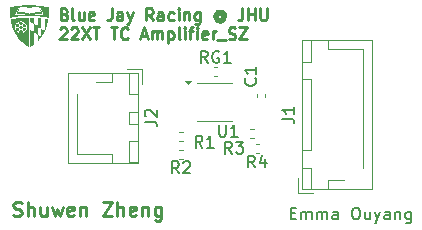
<source format=gto>
G04 #@! TF.GenerationSoftware,KiCad,Pcbnew,9.0.4*
G04 #@! TF.CreationDate,2025-11-13T19:53:10-05:00*
G04 #@! TF.ProjectId,TC_shuwen,54435f73-6875-4776-956e-2e6b69636164,rev?*
G04 #@! TF.SameCoordinates,Original*
G04 #@! TF.FileFunction,Legend,Top*
G04 #@! TF.FilePolarity,Positive*
%FSLAX46Y46*%
G04 Gerber Fmt 4.6, Leading zero omitted, Abs format (unit mm)*
G04 Created by KiCad (PCBNEW 9.0.4) date 2025-11-13 19:53:10*
%MOMM*%
%LPD*%
G01*
G04 APERTURE LIST*
%ADD10C,0.200000*%
%ADD11C,0.215000*%
%ADD12C,0.250000*%
%ADD13C,0.150000*%
%ADD14C,0.120000*%
%ADD15C,0.000000*%
G04 APERTURE END LIST*
D10*
X139119673Y-87343409D02*
X139453006Y-87343409D01*
X139595863Y-87867219D02*
X139119673Y-87867219D01*
X139119673Y-87867219D02*
X139119673Y-86867219D01*
X139119673Y-86867219D02*
X139595863Y-86867219D01*
X140024435Y-87867219D02*
X140024435Y-87200552D01*
X140024435Y-87295790D02*
X140072054Y-87248171D01*
X140072054Y-87248171D02*
X140167292Y-87200552D01*
X140167292Y-87200552D02*
X140310149Y-87200552D01*
X140310149Y-87200552D02*
X140405387Y-87248171D01*
X140405387Y-87248171D02*
X140453006Y-87343409D01*
X140453006Y-87343409D02*
X140453006Y-87867219D01*
X140453006Y-87343409D02*
X140500625Y-87248171D01*
X140500625Y-87248171D02*
X140595863Y-87200552D01*
X140595863Y-87200552D02*
X140738720Y-87200552D01*
X140738720Y-87200552D02*
X140833959Y-87248171D01*
X140833959Y-87248171D02*
X140881578Y-87343409D01*
X140881578Y-87343409D02*
X140881578Y-87867219D01*
X141357768Y-87867219D02*
X141357768Y-87200552D01*
X141357768Y-87295790D02*
X141405387Y-87248171D01*
X141405387Y-87248171D02*
X141500625Y-87200552D01*
X141500625Y-87200552D02*
X141643482Y-87200552D01*
X141643482Y-87200552D02*
X141738720Y-87248171D01*
X141738720Y-87248171D02*
X141786339Y-87343409D01*
X141786339Y-87343409D02*
X141786339Y-87867219D01*
X141786339Y-87343409D02*
X141833958Y-87248171D01*
X141833958Y-87248171D02*
X141929196Y-87200552D01*
X141929196Y-87200552D02*
X142072053Y-87200552D01*
X142072053Y-87200552D02*
X142167292Y-87248171D01*
X142167292Y-87248171D02*
X142214911Y-87343409D01*
X142214911Y-87343409D02*
X142214911Y-87867219D01*
X143119672Y-87867219D02*
X143119672Y-87343409D01*
X143119672Y-87343409D02*
X143072053Y-87248171D01*
X143072053Y-87248171D02*
X142976815Y-87200552D01*
X142976815Y-87200552D02*
X142786339Y-87200552D01*
X142786339Y-87200552D02*
X142691101Y-87248171D01*
X143119672Y-87819600D02*
X143024434Y-87867219D01*
X143024434Y-87867219D02*
X142786339Y-87867219D01*
X142786339Y-87867219D02*
X142691101Y-87819600D01*
X142691101Y-87819600D02*
X142643482Y-87724361D01*
X142643482Y-87724361D02*
X142643482Y-87629123D01*
X142643482Y-87629123D02*
X142691101Y-87533885D01*
X142691101Y-87533885D02*
X142786339Y-87486266D01*
X142786339Y-87486266D02*
X143024434Y-87486266D01*
X143024434Y-87486266D02*
X143119672Y-87438647D01*
X144548244Y-86867219D02*
X144738720Y-86867219D01*
X144738720Y-86867219D02*
X144833958Y-86914838D01*
X144833958Y-86914838D02*
X144929196Y-87010076D01*
X144929196Y-87010076D02*
X144976815Y-87200552D01*
X144976815Y-87200552D02*
X144976815Y-87533885D01*
X144976815Y-87533885D02*
X144929196Y-87724361D01*
X144929196Y-87724361D02*
X144833958Y-87819600D01*
X144833958Y-87819600D02*
X144738720Y-87867219D01*
X144738720Y-87867219D02*
X144548244Y-87867219D01*
X144548244Y-87867219D02*
X144453006Y-87819600D01*
X144453006Y-87819600D02*
X144357768Y-87724361D01*
X144357768Y-87724361D02*
X144310149Y-87533885D01*
X144310149Y-87533885D02*
X144310149Y-87200552D01*
X144310149Y-87200552D02*
X144357768Y-87010076D01*
X144357768Y-87010076D02*
X144453006Y-86914838D01*
X144453006Y-86914838D02*
X144548244Y-86867219D01*
X145833958Y-87200552D02*
X145833958Y-87867219D01*
X145405387Y-87200552D02*
X145405387Y-87724361D01*
X145405387Y-87724361D02*
X145453006Y-87819600D01*
X145453006Y-87819600D02*
X145548244Y-87867219D01*
X145548244Y-87867219D02*
X145691101Y-87867219D01*
X145691101Y-87867219D02*
X145786339Y-87819600D01*
X145786339Y-87819600D02*
X145833958Y-87771980D01*
X146214911Y-87200552D02*
X146453006Y-87867219D01*
X146691101Y-87200552D02*
X146453006Y-87867219D01*
X146453006Y-87867219D02*
X146357768Y-88105314D01*
X146357768Y-88105314D02*
X146310149Y-88152933D01*
X146310149Y-88152933D02*
X146214911Y-88200552D01*
X147500625Y-87867219D02*
X147500625Y-87343409D01*
X147500625Y-87343409D02*
X147453006Y-87248171D01*
X147453006Y-87248171D02*
X147357768Y-87200552D01*
X147357768Y-87200552D02*
X147167292Y-87200552D01*
X147167292Y-87200552D02*
X147072054Y-87248171D01*
X147500625Y-87819600D02*
X147405387Y-87867219D01*
X147405387Y-87867219D02*
X147167292Y-87867219D01*
X147167292Y-87867219D02*
X147072054Y-87819600D01*
X147072054Y-87819600D02*
X147024435Y-87724361D01*
X147024435Y-87724361D02*
X147024435Y-87629123D01*
X147024435Y-87629123D02*
X147072054Y-87533885D01*
X147072054Y-87533885D02*
X147167292Y-87486266D01*
X147167292Y-87486266D02*
X147405387Y-87486266D01*
X147405387Y-87486266D02*
X147500625Y-87438647D01*
X147976816Y-87200552D02*
X147976816Y-87867219D01*
X147976816Y-87295790D02*
X148024435Y-87248171D01*
X148024435Y-87248171D02*
X148119673Y-87200552D01*
X148119673Y-87200552D02*
X148262530Y-87200552D01*
X148262530Y-87200552D02*
X148357768Y-87248171D01*
X148357768Y-87248171D02*
X148405387Y-87343409D01*
X148405387Y-87343409D02*
X148405387Y-87867219D01*
X149310149Y-87200552D02*
X149310149Y-88010076D01*
X149310149Y-88010076D02*
X149262530Y-88105314D01*
X149262530Y-88105314D02*
X149214911Y-88152933D01*
X149214911Y-88152933D02*
X149119673Y-88200552D01*
X149119673Y-88200552D02*
X148976816Y-88200552D01*
X148976816Y-88200552D02*
X148881578Y-88152933D01*
X149310149Y-87819600D02*
X149214911Y-87867219D01*
X149214911Y-87867219D02*
X149024435Y-87867219D01*
X149024435Y-87867219D02*
X148929197Y-87819600D01*
X148929197Y-87819600D02*
X148881578Y-87771980D01*
X148881578Y-87771980D02*
X148833959Y-87676742D01*
X148833959Y-87676742D02*
X148833959Y-87391028D01*
X148833959Y-87391028D02*
X148881578Y-87295790D01*
X148881578Y-87295790D02*
X148929197Y-87248171D01*
X148929197Y-87248171D02*
X149024435Y-87200552D01*
X149024435Y-87200552D02*
X149214911Y-87200552D01*
X149214911Y-87200552D02*
X149310149Y-87248171D01*
D11*
X119962875Y-70482685D02*
X120105732Y-70530304D01*
X120105732Y-70530304D02*
X120153351Y-70577923D01*
X120153351Y-70577923D02*
X120200970Y-70673161D01*
X120200970Y-70673161D02*
X120200970Y-70816018D01*
X120200970Y-70816018D02*
X120153351Y-70911256D01*
X120153351Y-70911256D02*
X120105732Y-70958876D01*
X120105732Y-70958876D02*
X120010494Y-71006495D01*
X120010494Y-71006495D02*
X119629542Y-71006495D01*
X119629542Y-71006495D02*
X119629542Y-70006495D01*
X119629542Y-70006495D02*
X119962875Y-70006495D01*
X119962875Y-70006495D02*
X120058113Y-70054114D01*
X120058113Y-70054114D02*
X120105732Y-70101733D01*
X120105732Y-70101733D02*
X120153351Y-70196971D01*
X120153351Y-70196971D02*
X120153351Y-70292209D01*
X120153351Y-70292209D02*
X120105732Y-70387447D01*
X120105732Y-70387447D02*
X120058113Y-70435066D01*
X120058113Y-70435066D02*
X119962875Y-70482685D01*
X119962875Y-70482685D02*
X119629542Y-70482685D01*
X120772399Y-71006495D02*
X120677161Y-70958876D01*
X120677161Y-70958876D02*
X120629542Y-70863637D01*
X120629542Y-70863637D02*
X120629542Y-70006495D01*
X121581923Y-70339828D02*
X121581923Y-71006495D01*
X121153352Y-70339828D02*
X121153352Y-70863637D01*
X121153352Y-70863637D02*
X121200971Y-70958876D01*
X121200971Y-70958876D02*
X121296209Y-71006495D01*
X121296209Y-71006495D02*
X121439066Y-71006495D01*
X121439066Y-71006495D02*
X121534304Y-70958876D01*
X121534304Y-70958876D02*
X121581923Y-70911256D01*
X122439066Y-70958876D02*
X122343828Y-71006495D01*
X122343828Y-71006495D02*
X122153352Y-71006495D01*
X122153352Y-71006495D02*
X122058114Y-70958876D01*
X122058114Y-70958876D02*
X122010495Y-70863637D01*
X122010495Y-70863637D02*
X122010495Y-70482685D01*
X122010495Y-70482685D02*
X122058114Y-70387447D01*
X122058114Y-70387447D02*
X122153352Y-70339828D01*
X122153352Y-70339828D02*
X122343828Y-70339828D01*
X122343828Y-70339828D02*
X122439066Y-70387447D01*
X122439066Y-70387447D02*
X122486685Y-70482685D01*
X122486685Y-70482685D02*
X122486685Y-70577923D01*
X122486685Y-70577923D02*
X122010495Y-70673161D01*
X123962876Y-70006495D02*
X123962876Y-70720780D01*
X123962876Y-70720780D02*
X123915257Y-70863637D01*
X123915257Y-70863637D02*
X123820019Y-70958876D01*
X123820019Y-70958876D02*
X123677162Y-71006495D01*
X123677162Y-71006495D02*
X123581924Y-71006495D01*
X124867638Y-71006495D02*
X124867638Y-70482685D01*
X124867638Y-70482685D02*
X124820019Y-70387447D01*
X124820019Y-70387447D02*
X124724781Y-70339828D01*
X124724781Y-70339828D02*
X124534305Y-70339828D01*
X124534305Y-70339828D02*
X124439067Y-70387447D01*
X124867638Y-70958876D02*
X124772400Y-71006495D01*
X124772400Y-71006495D02*
X124534305Y-71006495D01*
X124534305Y-71006495D02*
X124439067Y-70958876D01*
X124439067Y-70958876D02*
X124391448Y-70863637D01*
X124391448Y-70863637D02*
X124391448Y-70768399D01*
X124391448Y-70768399D02*
X124439067Y-70673161D01*
X124439067Y-70673161D02*
X124534305Y-70625542D01*
X124534305Y-70625542D02*
X124772400Y-70625542D01*
X124772400Y-70625542D02*
X124867638Y-70577923D01*
X125248591Y-70339828D02*
X125486686Y-71006495D01*
X125724781Y-70339828D02*
X125486686Y-71006495D01*
X125486686Y-71006495D02*
X125391448Y-71244590D01*
X125391448Y-71244590D02*
X125343829Y-71292209D01*
X125343829Y-71292209D02*
X125248591Y-71339828D01*
X127439067Y-71006495D02*
X127105734Y-70530304D01*
X126867639Y-71006495D02*
X126867639Y-70006495D01*
X126867639Y-70006495D02*
X127248591Y-70006495D01*
X127248591Y-70006495D02*
X127343829Y-70054114D01*
X127343829Y-70054114D02*
X127391448Y-70101733D01*
X127391448Y-70101733D02*
X127439067Y-70196971D01*
X127439067Y-70196971D02*
X127439067Y-70339828D01*
X127439067Y-70339828D02*
X127391448Y-70435066D01*
X127391448Y-70435066D02*
X127343829Y-70482685D01*
X127343829Y-70482685D02*
X127248591Y-70530304D01*
X127248591Y-70530304D02*
X126867639Y-70530304D01*
X128296210Y-71006495D02*
X128296210Y-70482685D01*
X128296210Y-70482685D02*
X128248591Y-70387447D01*
X128248591Y-70387447D02*
X128153353Y-70339828D01*
X128153353Y-70339828D02*
X127962877Y-70339828D01*
X127962877Y-70339828D02*
X127867639Y-70387447D01*
X128296210Y-70958876D02*
X128200972Y-71006495D01*
X128200972Y-71006495D02*
X127962877Y-71006495D01*
X127962877Y-71006495D02*
X127867639Y-70958876D01*
X127867639Y-70958876D02*
X127820020Y-70863637D01*
X127820020Y-70863637D02*
X127820020Y-70768399D01*
X127820020Y-70768399D02*
X127867639Y-70673161D01*
X127867639Y-70673161D02*
X127962877Y-70625542D01*
X127962877Y-70625542D02*
X128200972Y-70625542D01*
X128200972Y-70625542D02*
X128296210Y-70577923D01*
X129200972Y-70958876D02*
X129105734Y-71006495D01*
X129105734Y-71006495D02*
X128915258Y-71006495D01*
X128915258Y-71006495D02*
X128820020Y-70958876D01*
X128820020Y-70958876D02*
X128772401Y-70911256D01*
X128772401Y-70911256D02*
X128724782Y-70816018D01*
X128724782Y-70816018D02*
X128724782Y-70530304D01*
X128724782Y-70530304D02*
X128772401Y-70435066D01*
X128772401Y-70435066D02*
X128820020Y-70387447D01*
X128820020Y-70387447D02*
X128915258Y-70339828D01*
X128915258Y-70339828D02*
X129105734Y-70339828D01*
X129105734Y-70339828D02*
X129200972Y-70387447D01*
X129629544Y-71006495D02*
X129629544Y-70339828D01*
X129629544Y-70006495D02*
X129581925Y-70054114D01*
X129581925Y-70054114D02*
X129629544Y-70101733D01*
X129629544Y-70101733D02*
X129677163Y-70054114D01*
X129677163Y-70054114D02*
X129629544Y-70006495D01*
X129629544Y-70006495D02*
X129629544Y-70101733D01*
X130105734Y-70339828D02*
X130105734Y-71006495D01*
X130105734Y-70435066D02*
X130153353Y-70387447D01*
X130153353Y-70387447D02*
X130248591Y-70339828D01*
X130248591Y-70339828D02*
X130391448Y-70339828D01*
X130391448Y-70339828D02*
X130486686Y-70387447D01*
X130486686Y-70387447D02*
X130534305Y-70482685D01*
X130534305Y-70482685D02*
X130534305Y-71006495D01*
X131439067Y-70339828D02*
X131439067Y-71149352D01*
X131439067Y-71149352D02*
X131391448Y-71244590D01*
X131391448Y-71244590D02*
X131343829Y-71292209D01*
X131343829Y-71292209D02*
X131248591Y-71339828D01*
X131248591Y-71339828D02*
X131105734Y-71339828D01*
X131105734Y-71339828D02*
X131010496Y-71292209D01*
X131439067Y-70958876D02*
X131343829Y-71006495D01*
X131343829Y-71006495D02*
X131153353Y-71006495D01*
X131153353Y-71006495D02*
X131058115Y-70958876D01*
X131058115Y-70958876D02*
X131010496Y-70911256D01*
X131010496Y-70911256D02*
X130962877Y-70816018D01*
X130962877Y-70816018D02*
X130962877Y-70530304D01*
X130962877Y-70530304D02*
X131010496Y-70435066D01*
X131010496Y-70435066D02*
X131058115Y-70387447D01*
X131058115Y-70387447D02*
X131153353Y-70339828D01*
X131153353Y-70339828D02*
X131343829Y-70339828D01*
X131343829Y-70339828D02*
X131439067Y-70387447D01*
X133296210Y-70530304D02*
X133248591Y-70482685D01*
X133248591Y-70482685D02*
X133153353Y-70435066D01*
X133153353Y-70435066D02*
X133058115Y-70435066D01*
X133058115Y-70435066D02*
X132962877Y-70482685D01*
X132962877Y-70482685D02*
X132915258Y-70530304D01*
X132915258Y-70530304D02*
X132867639Y-70625542D01*
X132867639Y-70625542D02*
X132867639Y-70720780D01*
X132867639Y-70720780D02*
X132915258Y-70816018D01*
X132915258Y-70816018D02*
X132962877Y-70863637D01*
X132962877Y-70863637D02*
X133058115Y-70911256D01*
X133058115Y-70911256D02*
X133153353Y-70911256D01*
X133153353Y-70911256D02*
X133248591Y-70863637D01*
X133248591Y-70863637D02*
X133296210Y-70816018D01*
X133296210Y-70435066D02*
X133296210Y-70816018D01*
X133296210Y-70816018D02*
X133343829Y-70863637D01*
X133343829Y-70863637D02*
X133391448Y-70863637D01*
X133391448Y-70863637D02*
X133486687Y-70816018D01*
X133486687Y-70816018D02*
X133534306Y-70720780D01*
X133534306Y-70720780D02*
X133534306Y-70482685D01*
X133534306Y-70482685D02*
X133439068Y-70339828D01*
X133439068Y-70339828D02*
X133296210Y-70244590D01*
X133296210Y-70244590D02*
X133105734Y-70196971D01*
X133105734Y-70196971D02*
X132915258Y-70244590D01*
X132915258Y-70244590D02*
X132772401Y-70339828D01*
X132772401Y-70339828D02*
X132677163Y-70482685D01*
X132677163Y-70482685D02*
X132629544Y-70673161D01*
X132629544Y-70673161D02*
X132677163Y-70863637D01*
X132677163Y-70863637D02*
X132772401Y-71006495D01*
X132772401Y-71006495D02*
X132915258Y-71101733D01*
X132915258Y-71101733D02*
X133105734Y-71149352D01*
X133105734Y-71149352D02*
X133296210Y-71101733D01*
X133296210Y-71101733D02*
X133439068Y-71006495D01*
X135010496Y-70006495D02*
X135010496Y-70720780D01*
X135010496Y-70720780D02*
X134962877Y-70863637D01*
X134962877Y-70863637D02*
X134867639Y-70958876D01*
X134867639Y-70958876D02*
X134724782Y-71006495D01*
X134724782Y-71006495D02*
X134629544Y-71006495D01*
X135486687Y-71006495D02*
X135486687Y-70006495D01*
X135486687Y-70482685D02*
X136058115Y-70482685D01*
X136058115Y-71006495D02*
X136058115Y-70006495D01*
X136534306Y-70006495D02*
X136534306Y-70816018D01*
X136534306Y-70816018D02*
X136581925Y-70911256D01*
X136581925Y-70911256D02*
X136629544Y-70958876D01*
X136629544Y-70958876D02*
X136724782Y-71006495D01*
X136724782Y-71006495D02*
X136915258Y-71006495D01*
X136915258Y-71006495D02*
X137010496Y-70958876D01*
X137010496Y-70958876D02*
X137058115Y-70911256D01*
X137058115Y-70911256D02*
X137105734Y-70816018D01*
X137105734Y-70816018D02*
X137105734Y-70006495D01*
X119581923Y-71711677D02*
X119629542Y-71664058D01*
X119629542Y-71664058D02*
X119724780Y-71616439D01*
X119724780Y-71616439D02*
X119962875Y-71616439D01*
X119962875Y-71616439D02*
X120058113Y-71664058D01*
X120058113Y-71664058D02*
X120105732Y-71711677D01*
X120105732Y-71711677D02*
X120153351Y-71806915D01*
X120153351Y-71806915D02*
X120153351Y-71902153D01*
X120153351Y-71902153D02*
X120105732Y-72045010D01*
X120105732Y-72045010D02*
X119534304Y-72616439D01*
X119534304Y-72616439D02*
X120153351Y-72616439D01*
X120534304Y-71711677D02*
X120581923Y-71664058D01*
X120581923Y-71664058D02*
X120677161Y-71616439D01*
X120677161Y-71616439D02*
X120915256Y-71616439D01*
X120915256Y-71616439D02*
X121010494Y-71664058D01*
X121010494Y-71664058D02*
X121058113Y-71711677D01*
X121058113Y-71711677D02*
X121105732Y-71806915D01*
X121105732Y-71806915D02*
X121105732Y-71902153D01*
X121105732Y-71902153D02*
X121058113Y-72045010D01*
X121058113Y-72045010D02*
X120486685Y-72616439D01*
X120486685Y-72616439D02*
X121105732Y-72616439D01*
X121439066Y-71616439D02*
X122105732Y-72616439D01*
X122105732Y-71616439D02*
X121439066Y-72616439D01*
X122343828Y-71616439D02*
X122915256Y-71616439D01*
X122629542Y-72616439D02*
X122629542Y-71616439D01*
X123867638Y-71616439D02*
X124439066Y-71616439D01*
X124153352Y-72616439D02*
X124153352Y-71616439D01*
X125343828Y-72521200D02*
X125296209Y-72568820D01*
X125296209Y-72568820D02*
X125153352Y-72616439D01*
X125153352Y-72616439D02*
X125058114Y-72616439D01*
X125058114Y-72616439D02*
X124915257Y-72568820D01*
X124915257Y-72568820D02*
X124820019Y-72473581D01*
X124820019Y-72473581D02*
X124772400Y-72378343D01*
X124772400Y-72378343D02*
X124724781Y-72187867D01*
X124724781Y-72187867D02*
X124724781Y-72045010D01*
X124724781Y-72045010D02*
X124772400Y-71854534D01*
X124772400Y-71854534D02*
X124820019Y-71759296D01*
X124820019Y-71759296D02*
X124915257Y-71664058D01*
X124915257Y-71664058D02*
X125058114Y-71616439D01*
X125058114Y-71616439D02*
X125153352Y-71616439D01*
X125153352Y-71616439D02*
X125296209Y-71664058D01*
X125296209Y-71664058D02*
X125343828Y-71711677D01*
X126486686Y-72330724D02*
X126962876Y-72330724D01*
X126391448Y-72616439D02*
X126724781Y-71616439D01*
X126724781Y-71616439D02*
X127058114Y-72616439D01*
X127391448Y-72616439D02*
X127391448Y-71949772D01*
X127391448Y-72045010D02*
X127439067Y-71997391D01*
X127439067Y-71997391D02*
X127534305Y-71949772D01*
X127534305Y-71949772D02*
X127677162Y-71949772D01*
X127677162Y-71949772D02*
X127772400Y-71997391D01*
X127772400Y-71997391D02*
X127820019Y-72092629D01*
X127820019Y-72092629D02*
X127820019Y-72616439D01*
X127820019Y-72092629D02*
X127867638Y-71997391D01*
X127867638Y-71997391D02*
X127962876Y-71949772D01*
X127962876Y-71949772D02*
X128105733Y-71949772D01*
X128105733Y-71949772D02*
X128200972Y-71997391D01*
X128200972Y-71997391D02*
X128248591Y-72092629D01*
X128248591Y-72092629D02*
X128248591Y-72616439D01*
X128724781Y-71949772D02*
X128724781Y-72949772D01*
X128724781Y-71997391D02*
X128820019Y-71949772D01*
X128820019Y-71949772D02*
X129010495Y-71949772D01*
X129010495Y-71949772D02*
X129105733Y-71997391D01*
X129105733Y-71997391D02*
X129153352Y-72045010D01*
X129153352Y-72045010D02*
X129200971Y-72140248D01*
X129200971Y-72140248D02*
X129200971Y-72425962D01*
X129200971Y-72425962D02*
X129153352Y-72521200D01*
X129153352Y-72521200D02*
X129105733Y-72568820D01*
X129105733Y-72568820D02*
X129010495Y-72616439D01*
X129010495Y-72616439D02*
X128820019Y-72616439D01*
X128820019Y-72616439D02*
X128724781Y-72568820D01*
X129772400Y-72616439D02*
X129677162Y-72568820D01*
X129677162Y-72568820D02*
X129629543Y-72473581D01*
X129629543Y-72473581D02*
X129629543Y-71616439D01*
X130153353Y-72616439D02*
X130153353Y-71949772D01*
X130153353Y-71616439D02*
X130105734Y-71664058D01*
X130105734Y-71664058D02*
X130153353Y-71711677D01*
X130153353Y-71711677D02*
X130200972Y-71664058D01*
X130200972Y-71664058D02*
X130153353Y-71616439D01*
X130153353Y-71616439D02*
X130153353Y-71711677D01*
X130486686Y-71949772D02*
X130867638Y-71949772D01*
X130629543Y-72616439D02*
X130629543Y-71759296D01*
X130629543Y-71759296D02*
X130677162Y-71664058D01*
X130677162Y-71664058D02*
X130772400Y-71616439D01*
X130772400Y-71616439D02*
X130867638Y-71616439D01*
X131200972Y-72616439D02*
X131200972Y-71949772D01*
X131200972Y-71616439D02*
X131153353Y-71664058D01*
X131153353Y-71664058D02*
X131200972Y-71711677D01*
X131200972Y-71711677D02*
X131248591Y-71664058D01*
X131248591Y-71664058D02*
X131200972Y-71616439D01*
X131200972Y-71616439D02*
X131200972Y-71711677D01*
X132058114Y-72568820D02*
X131962876Y-72616439D01*
X131962876Y-72616439D02*
X131772400Y-72616439D01*
X131772400Y-72616439D02*
X131677162Y-72568820D01*
X131677162Y-72568820D02*
X131629543Y-72473581D01*
X131629543Y-72473581D02*
X131629543Y-72092629D01*
X131629543Y-72092629D02*
X131677162Y-71997391D01*
X131677162Y-71997391D02*
X131772400Y-71949772D01*
X131772400Y-71949772D02*
X131962876Y-71949772D01*
X131962876Y-71949772D02*
X132058114Y-71997391D01*
X132058114Y-71997391D02*
X132105733Y-72092629D01*
X132105733Y-72092629D02*
X132105733Y-72187867D01*
X132105733Y-72187867D02*
X131629543Y-72283105D01*
X132534305Y-72616439D02*
X132534305Y-71949772D01*
X132534305Y-72140248D02*
X132581924Y-72045010D01*
X132581924Y-72045010D02*
X132629543Y-71997391D01*
X132629543Y-71997391D02*
X132724781Y-71949772D01*
X132724781Y-71949772D02*
X132820019Y-71949772D01*
X132915258Y-72711677D02*
X133677162Y-72711677D01*
X133867639Y-72568820D02*
X134010496Y-72616439D01*
X134010496Y-72616439D02*
X134248591Y-72616439D01*
X134248591Y-72616439D02*
X134343829Y-72568820D01*
X134343829Y-72568820D02*
X134391448Y-72521200D01*
X134391448Y-72521200D02*
X134439067Y-72425962D01*
X134439067Y-72425962D02*
X134439067Y-72330724D01*
X134439067Y-72330724D02*
X134391448Y-72235486D01*
X134391448Y-72235486D02*
X134343829Y-72187867D01*
X134343829Y-72187867D02*
X134248591Y-72140248D01*
X134248591Y-72140248D02*
X134058115Y-72092629D01*
X134058115Y-72092629D02*
X133962877Y-72045010D01*
X133962877Y-72045010D02*
X133915258Y-71997391D01*
X133915258Y-71997391D02*
X133867639Y-71902153D01*
X133867639Y-71902153D02*
X133867639Y-71806915D01*
X133867639Y-71806915D02*
X133915258Y-71711677D01*
X133915258Y-71711677D02*
X133962877Y-71664058D01*
X133962877Y-71664058D02*
X134058115Y-71616439D01*
X134058115Y-71616439D02*
X134296210Y-71616439D01*
X134296210Y-71616439D02*
X134439067Y-71664058D01*
X134772401Y-71616439D02*
X135439067Y-71616439D01*
X135439067Y-71616439D02*
X134772401Y-72616439D01*
X134772401Y-72616439D02*
X135439067Y-72616439D01*
D12*
X115643044Y-87533000D02*
X115814473Y-87590142D01*
X115814473Y-87590142D02*
X116100187Y-87590142D01*
X116100187Y-87590142D02*
X116214473Y-87533000D01*
X116214473Y-87533000D02*
X116271615Y-87475857D01*
X116271615Y-87475857D02*
X116328758Y-87361571D01*
X116328758Y-87361571D02*
X116328758Y-87247285D01*
X116328758Y-87247285D02*
X116271615Y-87133000D01*
X116271615Y-87133000D02*
X116214473Y-87075857D01*
X116214473Y-87075857D02*
X116100187Y-87018714D01*
X116100187Y-87018714D02*
X115871615Y-86961571D01*
X115871615Y-86961571D02*
X115757330Y-86904428D01*
X115757330Y-86904428D02*
X115700187Y-86847285D01*
X115700187Y-86847285D02*
X115643044Y-86733000D01*
X115643044Y-86733000D02*
X115643044Y-86618714D01*
X115643044Y-86618714D02*
X115700187Y-86504428D01*
X115700187Y-86504428D02*
X115757330Y-86447285D01*
X115757330Y-86447285D02*
X115871615Y-86390142D01*
X115871615Y-86390142D02*
X116157330Y-86390142D01*
X116157330Y-86390142D02*
X116328758Y-86447285D01*
X116843044Y-87590142D02*
X116843044Y-86390142D01*
X117357330Y-87590142D02*
X117357330Y-86961571D01*
X117357330Y-86961571D02*
X117300187Y-86847285D01*
X117300187Y-86847285D02*
X117185901Y-86790142D01*
X117185901Y-86790142D02*
X117014472Y-86790142D01*
X117014472Y-86790142D02*
X116900187Y-86847285D01*
X116900187Y-86847285D02*
X116843044Y-86904428D01*
X118443044Y-86790142D02*
X118443044Y-87590142D01*
X117928758Y-86790142D02*
X117928758Y-87418714D01*
X117928758Y-87418714D02*
X117985901Y-87533000D01*
X117985901Y-87533000D02*
X118100186Y-87590142D01*
X118100186Y-87590142D02*
X118271615Y-87590142D01*
X118271615Y-87590142D02*
X118385901Y-87533000D01*
X118385901Y-87533000D02*
X118443044Y-87475857D01*
X118900186Y-86790142D02*
X119128758Y-87590142D01*
X119128758Y-87590142D02*
X119357329Y-87018714D01*
X119357329Y-87018714D02*
X119585900Y-87590142D01*
X119585900Y-87590142D02*
X119814472Y-86790142D01*
X120728758Y-87533000D02*
X120614472Y-87590142D01*
X120614472Y-87590142D02*
X120385901Y-87590142D01*
X120385901Y-87590142D02*
X120271615Y-87533000D01*
X120271615Y-87533000D02*
X120214472Y-87418714D01*
X120214472Y-87418714D02*
X120214472Y-86961571D01*
X120214472Y-86961571D02*
X120271615Y-86847285D01*
X120271615Y-86847285D02*
X120385901Y-86790142D01*
X120385901Y-86790142D02*
X120614472Y-86790142D01*
X120614472Y-86790142D02*
X120728758Y-86847285D01*
X120728758Y-86847285D02*
X120785901Y-86961571D01*
X120785901Y-86961571D02*
X120785901Y-87075857D01*
X120785901Y-87075857D02*
X120214472Y-87190142D01*
X121300186Y-86790142D02*
X121300186Y-87590142D01*
X121300186Y-86904428D02*
X121357329Y-86847285D01*
X121357329Y-86847285D02*
X121471614Y-86790142D01*
X121471614Y-86790142D02*
X121643043Y-86790142D01*
X121643043Y-86790142D02*
X121757329Y-86847285D01*
X121757329Y-86847285D02*
X121814472Y-86961571D01*
X121814472Y-86961571D02*
X121814472Y-87590142D01*
X123185900Y-86390142D02*
X123985900Y-86390142D01*
X123985900Y-86390142D02*
X123185900Y-87590142D01*
X123185900Y-87590142D02*
X123985900Y-87590142D01*
X124443043Y-87590142D02*
X124443043Y-86390142D01*
X124957329Y-87590142D02*
X124957329Y-86961571D01*
X124957329Y-86961571D02*
X124900186Y-86847285D01*
X124900186Y-86847285D02*
X124785900Y-86790142D01*
X124785900Y-86790142D02*
X124614471Y-86790142D01*
X124614471Y-86790142D02*
X124500186Y-86847285D01*
X124500186Y-86847285D02*
X124443043Y-86904428D01*
X125985900Y-87533000D02*
X125871614Y-87590142D01*
X125871614Y-87590142D02*
X125643043Y-87590142D01*
X125643043Y-87590142D02*
X125528757Y-87533000D01*
X125528757Y-87533000D02*
X125471614Y-87418714D01*
X125471614Y-87418714D02*
X125471614Y-86961571D01*
X125471614Y-86961571D02*
X125528757Y-86847285D01*
X125528757Y-86847285D02*
X125643043Y-86790142D01*
X125643043Y-86790142D02*
X125871614Y-86790142D01*
X125871614Y-86790142D02*
X125985900Y-86847285D01*
X125985900Y-86847285D02*
X126043043Y-86961571D01*
X126043043Y-86961571D02*
X126043043Y-87075857D01*
X126043043Y-87075857D02*
X125471614Y-87190142D01*
X126557328Y-86790142D02*
X126557328Y-87590142D01*
X126557328Y-86904428D02*
X126614471Y-86847285D01*
X126614471Y-86847285D02*
X126728756Y-86790142D01*
X126728756Y-86790142D02*
X126900185Y-86790142D01*
X126900185Y-86790142D02*
X127014471Y-86847285D01*
X127014471Y-86847285D02*
X127071614Y-86961571D01*
X127071614Y-86961571D02*
X127071614Y-87590142D01*
X128157328Y-86790142D02*
X128157328Y-87761571D01*
X128157328Y-87761571D02*
X128100185Y-87875857D01*
X128100185Y-87875857D02*
X128043042Y-87933000D01*
X128043042Y-87933000D02*
X127928756Y-87990142D01*
X127928756Y-87990142D02*
X127757328Y-87990142D01*
X127757328Y-87990142D02*
X127643042Y-87933000D01*
X128157328Y-87533000D02*
X128043042Y-87590142D01*
X128043042Y-87590142D02*
X127814470Y-87590142D01*
X127814470Y-87590142D02*
X127700185Y-87533000D01*
X127700185Y-87533000D02*
X127643042Y-87475857D01*
X127643042Y-87475857D02*
X127585899Y-87361571D01*
X127585899Y-87361571D02*
X127585899Y-87018714D01*
X127585899Y-87018714D02*
X127643042Y-86904428D01*
X127643042Y-86904428D02*
X127700185Y-86847285D01*
X127700185Y-86847285D02*
X127814470Y-86790142D01*
X127814470Y-86790142D02*
X128043042Y-86790142D01*
X128043042Y-86790142D02*
X128157328Y-86847285D01*
D13*
X129648333Y-83958819D02*
X129315000Y-83482628D01*
X129076905Y-83958819D02*
X129076905Y-82958819D01*
X129076905Y-82958819D02*
X129457857Y-82958819D01*
X129457857Y-82958819D02*
X129553095Y-83006438D01*
X129553095Y-83006438D02*
X129600714Y-83054057D01*
X129600714Y-83054057D02*
X129648333Y-83149295D01*
X129648333Y-83149295D02*
X129648333Y-83292152D01*
X129648333Y-83292152D02*
X129600714Y-83387390D01*
X129600714Y-83387390D02*
X129553095Y-83435009D01*
X129553095Y-83435009D02*
X129457857Y-83482628D01*
X129457857Y-83482628D02*
X129076905Y-83482628D01*
X130029286Y-83054057D02*
X130076905Y-83006438D01*
X130076905Y-83006438D02*
X130172143Y-82958819D01*
X130172143Y-82958819D02*
X130410238Y-82958819D01*
X130410238Y-82958819D02*
X130505476Y-83006438D01*
X130505476Y-83006438D02*
X130553095Y-83054057D01*
X130553095Y-83054057D02*
X130600714Y-83149295D01*
X130600714Y-83149295D02*
X130600714Y-83244533D01*
X130600714Y-83244533D02*
X130553095Y-83387390D01*
X130553095Y-83387390D02*
X129981667Y-83958819D01*
X129981667Y-83958819D02*
X130600714Y-83958819D01*
X136097533Y-83458819D02*
X135764200Y-82982628D01*
X135526105Y-83458819D02*
X135526105Y-82458819D01*
X135526105Y-82458819D02*
X135907057Y-82458819D01*
X135907057Y-82458819D02*
X136002295Y-82506438D01*
X136002295Y-82506438D02*
X136049914Y-82554057D01*
X136049914Y-82554057D02*
X136097533Y-82649295D01*
X136097533Y-82649295D02*
X136097533Y-82792152D01*
X136097533Y-82792152D02*
X136049914Y-82887390D01*
X136049914Y-82887390D02*
X136002295Y-82935009D01*
X136002295Y-82935009D02*
X135907057Y-82982628D01*
X135907057Y-82982628D02*
X135526105Y-82982628D01*
X136954676Y-82792152D02*
X136954676Y-83458819D01*
X136716581Y-82411200D02*
X136478486Y-83125485D01*
X136478486Y-83125485D02*
X137097533Y-83125485D01*
X138404819Y-79333333D02*
X139119104Y-79333333D01*
X139119104Y-79333333D02*
X139261961Y-79380952D01*
X139261961Y-79380952D02*
X139357200Y-79476190D01*
X139357200Y-79476190D02*
X139404819Y-79619047D01*
X139404819Y-79619047D02*
X139404819Y-79714285D01*
X139404819Y-78333333D02*
X139404819Y-78904761D01*
X139404819Y-78619047D02*
X138404819Y-78619047D01*
X138404819Y-78619047D02*
X138547676Y-78714285D01*
X138547676Y-78714285D02*
X138642914Y-78809523D01*
X138642914Y-78809523D02*
X138690533Y-78904761D01*
X134146333Y-82290419D02*
X133813000Y-81814228D01*
X133574905Y-82290419D02*
X133574905Y-81290419D01*
X133574905Y-81290419D02*
X133955857Y-81290419D01*
X133955857Y-81290419D02*
X134051095Y-81338038D01*
X134051095Y-81338038D02*
X134098714Y-81385657D01*
X134098714Y-81385657D02*
X134146333Y-81480895D01*
X134146333Y-81480895D02*
X134146333Y-81623752D01*
X134146333Y-81623752D02*
X134098714Y-81718990D01*
X134098714Y-81718990D02*
X134051095Y-81766609D01*
X134051095Y-81766609D02*
X133955857Y-81814228D01*
X133955857Y-81814228D02*
X133574905Y-81814228D01*
X134479667Y-81290419D02*
X135098714Y-81290419D01*
X135098714Y-81290419D02*
X134765381Y-81671371D01*
X134765381Y-81671371D02*
X134908238Y-81671371D01*
X134908238Y-81671371D02*
X135003476Y-81718990D01*
X135003476Y-81718990D02*
X135051095Y-81766609D01*
X135051095Y-81766609D02*
X135098714Y-81861847D01*
X135098714Y-81861847D02*
X135098714Y-82099942D01*
X135098714Y-82099942D02*
X135051095Y-82195180D01*
X135051095Y-82195180D02*
X135003476Y-82242800D01*
X135003476Y-82242800D02*
X134908238Y-82290419D01*
X134908238Y-82290419D02*
X134622524Y-82290419D01*
X134622524Y-82290419D02*
X134527286Y-82242800D01*
X134527286Y-82242800D02*
X134479667Y-82195180D01*
X132073933Y-74609219D02*
X131740600Y-74133028D01*
X131502505Y-74609219D02*
X131502505Y-73609219D01*
X131502505Y-73609219D02*
X131883457Y-73609219D01*
X131883457Y-73609219D02*
X131978695Y-73656838D01*
X131978695Y-73656838D02*
X132026314Y-73704457D01*
X132026314Y-73704457D02*
X132073933Y-73799695D01*
X132073933Y-73799695D02*
X132073933Y-73942552D01*
X132073933Y-73942552D02*
X132026314Y-74037790D01*
X132026314Y-74037790D02*
X131978695Y-74085409D01*
X131978695Y-74085409D02*
X131883457Y-74133028D01*
X131883457Y-74133028D02*
X131502505Y-74133028D01*
X133026314Y-73656838D02*
X132931076Y-73609219D01*
X132931076Y-73609219D02*
X132788219Y-73609219D01*
X132788219Y-73609219D02*
X132645362Y-73656838D01*
X132645362Y-73656838D02*
X132550124Y-73752076D01*
X132550124Y-73752076D02*
X132502505Y-73847314D01*
X132502505Y-73847314D02*
X132454886Y-74037790D01*
X132454886Y-74037790D02*
X132454886Y-74180647D01*
X132454886Y-74180647D02*
X132502505Y-74371123D01*
X132502505Y-74371123D02*
X132550124Y-74466361D01*
X132550124Y-74466361D02*
X132645362Y-74561600D01*
X132645362Y-74561600D02*
X132788219Y-74609219D01*
X132788219Y-74609219D02*
X132883457Y-74609219D01*
X132883457Y-74609219D02*
X133026314Y-74561600D01*
X133026314Y-74561600D02*
X133073933Y-74513980D01*
X133073933Y-74513980D02*
X133073933Y-74180647D01*
X133073933Y-74180647D02*
X132883457Y-74180647D01*
X134026314Y-74609219D02*
X133454886Y-74609219D01*
X133740600Y-74609219D02*
X133740600Y-73609219D01*
X133740600Y-73609219D02*
X133645362Y-73752076D01*
X133645362Y-73752076D02*
X133550124Y-73847314D01*
X133550124Y-73847314D02*
X133454886Y-73894933D01*
X126754819Y-79583333D02*
X127469104Y-79583333D01*
X127469104Y-79583333D02*
X127611961Y-79630952D01*
X127611961Y-79630952D02*
X127707200Y-79726190D01*
X127707200Y-79726190D02*
X127754819Y-79869047D01*
X127754819Y-79869047D02*
X127754819Y-79964285D01*
X126850057Y-79154761D02*
X126802438Y-79107142D01*
X126802438Y-79107142D02*
X126754819Y-79011904D01*
X126754819Y-79011904D02*
X126754819Y-78773809D01*
X126754819Y-78773809D02*
X126802438Y-78678571D01*
X126802438Y-78678571D02*
X126850057Y-78630952D01*
X126850057Y-78630952D02*
X126945295Y-78583333D01*
X126945295Y-78583333D02*
X127040533Y-78583333D01*
X127040533Y-78583333D02*
X127183390Y-78630952D01*
X127183390Y-78630952D02*
X127754819Y-79202380D01*
X127754819Y-79202380D02*
X127754819Y-78583333D01*
X131646333Y-81790419D02*
X131313000Y-81314228D01*
X131074905Y-81790419D02*
X131074905Y-80790419D01*
X131074905Y-80790419D02*
X131455857Y-80790419D01*
X131455857Y-80790419D02*
X131551095Y-80838038D01*
X131551095Y-80838038D02*
X131598714Y-80885657D01*
X131598714Y-80885657D02*
X131646333Y-80980895D01*
X131646333Y-80980895D02*
X131646333Y-81123752D01*
X131646333Y-81123752D02*
X131598714Y-81218990D01*
X131598714Y-81218990D02*
X131551095Y-81266609D01*
X131551095Y-81266609D02*
X131455857Y-81314228D01*
X131455857Y-81314228D02*
X131074905Y-81314228D01*
X132598714Y-81790419D02*
X132027286Y-81790419D01*
X132313000Y-81790419D02*
X132313000Y-80790419D01*
X132313000Y-80790419D02*
X132217762Y-80933276D01*
X132217762Y-80933276D02*
X132122524Y-81028514D01*
X132122524Y-81028514D02*
X132027286Y-81076133D01*
X136109580Y-75916666D02*
X136157200Y-75964285D01*
X136157200Y-75964285D02*
X136204819Y-76107142D01*
X136204819Y-76107142D02*
X136204819Y-76202380D01*
X136204819Y-76202380D02*
X136157200Y-76345237D01*
X136157200Y-76345237D02*
X136061961Y-76440475D01*
X136061961Y-76440475D02*
X135966723Y-76488094D01*
X135966723Y-76488094D02*
X135776247Y-76535713D01*
X135776247Y-76535713D02*
X135633390Y-76535713D01*
X135633390Y-76535713D02*
X135442914Y-76488094D01*
X135442914Y-76488094D02*
X135347676Y-76440475D01*
X135347676Y-76440475D02*
X135252438Y-76345237D01*
X135252438Y-76345237D02*
X135204819Y-76202380D01*
X135204819Y-76202380D02*
X135204819Y-76107142D01*
X135204819Y-76107142D02*
X135252438Y-75964285D01*
X135252438Y-75964285D02*
X135300057Y-75916666D01*
X136204819Y-74964285D02*
X136204819Y-75535713D01*
X136204819Y-75249999D02*
X135204819Y-75249999D01*
X135204819Y-75249999D02*
X135347676Y-75345237D01*
X135347676Y-75345237D02*
X135442914Y-75440475D01*
X135442914Y-75440475D02*
X135490533Y-75535713D01*
X133051095Y-79859219D02*
X133051095Y-80668742D01*
X133051095Y-80668742D02*
X133098714Y-80763980D01*
X133098714Y-80763980D02*
X133146333Y-80811600D01*
X133146333Y-80811600D02*
X133241571Y-80859219D01*
X133241571Y-80859219D02*
X133432047Y-80859219D01*
X133432047Y-80859219D02*
X133527285Y-80811600D01*
X133527285Y-80811600D02*
X133574904Y-80763980D01*
X133574904Y-80763980D02*
X133622523Y-80668742D01*
X133622523Y-80668742D02*
X133622523Y-79859219D01*
X134622523Y-80859219D02*
X134051095Y-80859219D01*
X134336809Y-80859219D02*
X134336809Y-79859219D01*
X134336809Y-79859219D02*
X134241571Y-80002076D01*
X134241571Y-80002076D02*
X134146333Y-80097314D01*
X134146333Y-80097314D02*
X134051095Y-80144933D01*
D14*
X129659359Y-81955600D02*
X129966641Y-81955600D01*
X129659359Y-82715600D02*
X129966641Y-82715600D01*
X136159359Y-81455600D02*
X136466641Y-81455600D01*
X136159359Y-82215600D02*
X136466641Y-82215600D01*
X139750000Y-84350000D02*
X139750000Y-85600000D01*
X139750000Y-85600000D02*
X141000000Y-85600000D01*
X140040000Y-72690000D02*
X140040000Y-85310000D01*
X140040000Y-85310000D02*
X146010000Y-85310000D01*
X140050000Y-72700000D02*
X140050000Y-74500000D01*
X140050000Y-74500000D02*
X140800000Y-74500000D01*
X140050000Y-76000000D02*
X140050000Y-82000000D01*
X140050000Y-82000000D02*
X140800000Y-82000000D01*
X140050000Y-83500000D02*
X140050000Y-85300000D01*
X140050000Y-85300000D02*
X140800000Y-85300000D01*
X140800000Y-72700000D02*
X140050000Y-72700000D01*
X140800000Y-74500000D02*
X140800000Y-72700000D01*
X140800000Y-76000000D02*
X140050000Y-76000000D01*
X140800000Y-82000000D02*
X140800000Y-76000000D01*
X140800000Y-83500000D02*
X140050000Y-83500000D01*
X140800000Y-85300000D02*
X140800000Y-83500000D01*
X142300000Y-72700000D02*
X142300000Y-73450000D01*
X142300000Y-73450000D02*
X145250000Y-73450000D01*
X142300000Y-84550000D02*
X143640000Y-84550000D01*
X142300000Y-85300000D02*
X142300000Y-84550000D01*
X145250000Y-73450000D02*
X145250000Y-79000000D01*
X145250000Y-79000000D02*
X145250000Y-83490000D01*
X146010000Y-72690000D02*
X140040000Y-72690000D01*
X146010000Y-85310000D02*
X146010000Y-72690000D01*
X135993041Y-80227600D02*
X135685759Y-80227600D01*
X135993041Y-80987600D02*
X135685759Y-80987600D01*
X132586959Y-74944400D02*
X132894241Y-74944400D01*
X132586959Y-75704400D02*
X132894241Y-75704400D01*
X120240000Y-75440000D02*
X120240000Y-83060000D01*
X120240000Y-83060000D02*
X126210000Y-83060000D01*
X121000000Y-79250000D02*
X121000000Y-77260000D01*
X121000000Y-82300000D02*
X121000000Y-79250000D01*
X123950000Y-75450000D02*
X123950000Y-76200000D01*
X123950000Y-76200000D02*
X122610000Y-76200000D01*
X123950000Y-82300000D02*
X121000000Y-82300000D01*
X123950000Y-83050000D02*
X123950000Y-82300000D01*
X125450000Y-75450000D02*
X125450000Y-77250000D01*
X125450000Y-77250000D02*
X126200000Y-77250000D01*
X125450000Y-78750000D02*
X125450000Y-79750000D01*
X125450000Y-79750000D02*
X126200000Y-79750000D01*
X125450000Y-81250000D02*
X125450000Y-83050000D01*
X125450000Y-83050000D02*
X126200000Y-83050000D01*
X126200000Y-75450000D02*
X125450000Y-75450000D01*
X126200000Y-77250000D02*
X126200000Y-75450000D01*
X126200000Y-78750000D02*
X125450000Y-78750000D01*
X126200000Y-79750000D02*
X126200000Y-78750000D01*
X126200000Y-81250000D02*
X125450000Y-81250000D01*
X126200000Y-83050000D02*
X126200000Y-81250000D01*
X126210000Y-75440000D02*
X120240000Y-75440000D01*
X126210000Y-83060000D02*
X126210000Y-75440000D01*
X126500000Y-75150000D02*
X125250000Y-75150000D01*
X126500000Y-76400000D02*
X126500000Y-75150000D01*
X129966641Y-80455600D02*
X129659359Y-80455600D01*
X129966641Y-81215600D02*
X129659359Y-81215600D01*
X136241400Y-77271364D02*
X136241400Y-77487036D01*
X136961400Y-77271364D02*
X136961400Y-77487036D01*
X132660100Y-76315000D02*
X131160100Y-76315000D01*
X132660100Y-76315000D02*
X134160100Y-76315000D01*
X132660100Y-79535000D02*
X131160100Y-79535000D01*
X132660100Y-79535000D02*
X134160100Y-79535000D01*
X130447600Y-76440000D02*
X130207600Y-76110000D01*
X130687600Y-76110000D01*
X130447600Y-76440000D01*
G36*
X130447600Y-76440000D02*
G01*
X130207600Y-76110000D01*
X130687600Y-76110000D01*
X130447600Y-76440000D01*
G37*
D15*
G36*
X117137444Y-70776710D02*
G01*
X117166161Y-70777401D01*
X117195180Y-70778202D01*
X117225241Y-70779140D01*
X117257089Y-70780239D01*
X117291466Y-70781523D01*
X117329115Y-70783018D01*
X117341221Y-70783514D01*
X117375715Y-70784935D01*
X117375715Y-71049303D01*
X117375702Y-71082385D01*
X117375666Y-71114269D01*
X117375607Y-71144703D01*
X117375527Y-71173432D01*
X117375428Y-71200204D01*
X117375311Y-71224764D01*
X117375177Y-71246860D01*
X117375029Y-71266237D01*
X117374868Y-71282644D01*
X117374694Y-71295825D01*
X117374511Y-71305527D01*
X117374319Y-71311498D01*
X117374123Y-71313485D01*
X117372154Y-71312310D01*
X117366913Y-71308959D01*
X117358658Y-71303602D01*
X117347651Y-71296410D01*
X117334152Y-71287555D01*
X117318420Y-71277206D01*
X117300716Y-71265536D01*
X117281300Y-71252716D01*
X117260432Y-71238916D01*
X117238373Y-71224307D01*
X117222351Y-71213685D01*
X117072171Y-71114071D01*
X117072171Y-70944663D01*
X117072171Y-70775254D01*
X117137444Y-70776710D01*
G37*
G36*
X116284314Y-71464529D02*
G01*
X116306185Y-71466603D01*
X116325530Y-71471124D01*
X116343195Y-71478470D01*
X116360027Y-71489021D01*
X116376870Y-71503155D01*
X116382372Y-71508469D01*
X116398725Y-71527221D01*
X116411064Y-71547124D01*
X116419526Y-71568509D01*
X116424248Y-71591704D01*
X116425425Y-71612221D01*
X116424674Y-71630142D01*
X116422160Y-71645966D01*
X116417490Y-71661353D01*
X116410271Y-71677967D01*
X116409566Y-71679411D01*
X116397651Y-71699022D01*
X116382334Y-71716829D01*
X116364274Y-71732260D01*
X116344131Y-71744743D01*
X116324778Y-71752980D01*
X116308681Y-71757077D01*
X116290478Y-71759506D01*
X116271661Y-71760209D01*
X116253719Y-71759128D01*
X116238726Y-71756362D01*
X116215551Y-71748025D01*
X116194425Y-71736263D01*
X116175651Y-71721465D01*
X116159529Y-71704021D01*
X116146363Y-71684319D01*
X116136452Y-71662749D01*
X116130099Y-71639700D01*
X116127604Y-71615563D01*
X116127578Y-71612829D01*
X116129604Y-71587647D01*
X116135552Y-71563813D01*
X116145228Y-71541640D01*
X116158436Y-71521441D01*
X116174982Y-71503529D01*
X116194672Y-71488218D01*
X116210815Y-71478914D01*
X116227414Y-71471685D01*
X116243870Y-71467027D01*
X116261458Y-71464690D01*
X116281453Y-71464423D01*
X116284314Y-71464529D01*
G37*
G36*
X116632971Y-71648060D02*
G01*
X116649726Y-71650108D01*
X116662494Y-71653371D01*
X116676405Y-71660318D01*
X116689185Y-71670564D01*
X116699956Y-71683181D01*
X116707841Y-71697241D01*
X116710231Y-71703849D01*
X116712870Y-71716716D01*
X116713215Y-71730434D01*
X116711173Y-71745513D01*
X116706649Y-71762464D01*
X116699551Y-71781797D01*
X116693200Y-71796576D01*
X116683763Y-71816065D01*
X116672946Y-71835887D01*
X116661175Y-71855426D01*
X116648873Y-71874065D01*
X116636466Y-71891186D01*
X116624380Y-71906172D01*
X116613039Y-71918404D01*
X116603632Y-71926693D01*
X116589758Y-71935028D01*
X116574067Y-71940716D01*
X116557814Y-71943449D01*
X116542254Y-71942919D01*
X116539475Y-71942423D01*
X116522845Y-71936863D01*
X116507406Y-71927242D01*
X116493165Y-71913565D01*
X116480127Y-71895839D01*
X116475988Y-71888922D01*
X116461738Y-71861095D01*
X116451192Y-71834306D01*
X116444322Y-71808701D01*
X116441101Y-71784425D01*
X116441503Y-71761626D01*
X116445499Y-71740447D01*
X116453064Y-71721035D01*
X116464170Y-71703535D01*
X116478789Y-71688094D01*
X116496895Y-71674856D01*
X116517801Y-71664244D01*
X116534238Y-71658495D01*
X116552978Y-71653877D01*
X116573122Y-71650456D01*
X116593769Y-71648301D01*
X116614019Y-71647480D01*
X116632971Y-71648060D01*
G37*
G36*
X116303975Y-71823466D02*
G01*
X116324771Y-71830885D01*
X116342554Y-71840794D01*
X116357773Y-71852329D01*
X116373204Y-71866833D01*
X116388207Y-71883473D01*
X116402137Y-71901418D01*
X116414353Y-71919835D01*
X116424211Y-71937890D01*
X116431068Y-71954750D01*
X116431448Y-71955961D01*
X116434983Y-71974055D01*
X116434527Y-71991524D01*
X116430327Y-72007957D01*
X116422632Y-72022941D01*
X116411691Y-72036065D01*
X116397752Y-72046916D01*
X116381064Y-72055084D01*
X116369537Y-72058597D01*
X116355980Y-72061225D01*
X116339215Y-72063459D01*
X116320268Y-72065245D01*
X116300163Y-72066524D01*
X116279925Y-72067241D01*
X116260579Y-72067341D01*
X116243148Y-72066766D01*
X116233712Y-72066042D01*
X116222514Y-72064679D01*
X116209975Y-72062745D01*
X116197333Y-72060472D01*
X116185825Y-72058089D01*
X116176687Y-72055827D01*
X116173427Y-72054824D01*
X116156728Y-72047087D01*
X116142598Y-72036480D01*
X116131341Y-72023498D01*
X116123258Y-72008635D01*
X116118651Y-71992387D01*
X116117822Y-71975246D01*
X116119045Y-71965831D01*
X116123126Y-71951897D01*
X116130075Y-71936155D01*
X116139378Y-71919357D01*
X116150521Y-71902253D01*
X116162989Y-71885593D01*
X116176267Y-71870128D01*
X116189841Y-71856609D01*
X116199471Y-71848529D01*
X116219765Y-71835265D01*
X116240566Y-71826116D01*
X116261669Y-71821092D01*
X116282873Y-71820205D01*
X116303975Y-71823466D01*
G37*
G36*
X116576773Y-71284332D02*
G01*
X116591094Y-71289399D01*
X116602785Y-71296835D01*
X116615382Y-71307848D01*
X116628560Y-71321961D01*
X116641995Y-71338697D01*
X116655362Y-71357579D01*
X116668336Y-71378132D01*
X116680594Y-71399878D01*
X116691810Y-71422341D01*
X116701660Y-71445044D01*
X116707310Y-71460083D01*
X116712905Y-71480902D01*
X116714617Y-71500306D01*
X116712459Y-71518195D01*
X116706445Y-71534466D01*
X116696588Y-71549018D01*
X116695414Y-71550349D01*
X116683875Y-71560571D01*
X116669777Y-71569052D01*
X116654724Y-71574883D01*
X116650184Y-71575995D01*
X116640973Y-71577235D01*
X116628717Y-71577915D01*
X116614576Y-71578049D01*
X116599713Y-71577651D01*
X116585288Y-71576734D01*
X116572463Y-71575313D01*
X116570763Y-71575059D01*
X116555954Y-71572110D01*
X116540114Y-71567856D01*
X116524623Y-71562745D01*
X116510859Y-71557224D01*
X116501900Y-71552745D01*
X116483259Y-71539912D01*
X116468097Y-71524777D01*
X116456446Y-71507504D01*
X116448336Y-71488261D01*
X116443798Y-71467214D01*
X116442862Y-71444529D01*
X116445560Y-71420372D01*
X116451921Y-71394910D01*
X116461977Y-71368308D01*
X116466165Y-71359195D01*
X116477201Y-71338015D01*
X116488212Y-71320721D01*
X116499495Y-71306975D01*
X116511346Y-71296438D01*
X116524062Y-71288775D01*
X116530353Y-71286096D01*
X116544878Y-71282595D01*
X116560858Y-71282035D01*
X116576773Y-71284332D01*
G37*
G36*
X115962191Y-71649102D02*
G01*
X115982175Y-71651397D01*
X116009698Y-71656857D01*
X116033808Y-71664589D01*
X116054734Y-71674695D01*
X116072709Y-71687277D01*
X116080894Y-71694759D01*
X116094860Y-71711545D01*
X116105020Y-71730144D01*
X116111368Y-71750489D01*
X116113904Y-71772512D01*
X116112624Y-71796149D01*
X116107526Y-71821333D01*
X116098607Y-71847997D01*
X116088107Y-71871599D01*
X116076565Y-71892918D01*
X116064846Y-71910225D01*
X116052741Y-71923740D01*
X116040045Y-71933686D01*
X116026551Y-71940283D01*
X116022984Y-71941449D01*
X116011060Y-71943749D01*
X115997760Y-71944377D01*
X115985061Y-71943322D01*
X115977929Y-71941686D01*
X115966338Y-71937059D01*
X115955274Y-71930470D01*
X115944196Y-71921466D01*
X115932561Y-71909596D01*
X115919828Y-71894408D01*
X115917134Y-71890974D01*
X115895179Y-71859920D01*
X115875258Y-71826098D01*
X115858074Y-71790766D01*
X115850405Y-71772082D01*
X115846676Y-71762035D01*
X115844293Y-71754284D01*
X115842951Y-71747223D01*
X115842348Y-71739247D01*
X115842177Y-71728751D01*
X115842177Y-71728676D01*
X115842238Y-71718237D01*
X115842672Y-71710777D01*
X115843690Y-71705047D01*
X115845503Y-71699796D01*
X115847931Y-71694561D01*
X115854379Y-71684325D01*
X115863230Y-71674078D01*
X115873281Y-71665003D01*
X115883329Y-71658279D01*
X115886436Y-71656779D01*
X115901312Y-71652090D01*
X115919354Y-71649222D01*
X115939875Y-71648213D01*
X115962191Y-71649102D01*
G37*
G36*
X116304678Y-71159328D02*
G01*
X116327343Y-71161023D01*
X116348429Y-71163715D01*
X116367222Y-71167406D01*
X116383010Y-71172094D01*
X116390424Y-71175229D01*
X116405029Y-71184630D01*
X116417408Y-71197210D01*
X116426771Y-71212163D01*
X116426881Y-71212394D01*
X116432542Y-71227693D01*
X116434717Y-71242828D01*
X116433367Y-71258420D01*
X116428454Y-71275094D01*
X116422096Y-71289304D01*
X116407890Y-71314423D01*
X116391741Y-71337459D01*
X116374105Y-71357893D01*
X116355439Y-71375204D01*
X116336196Y-71388874D01*
X116333478Y-71390469D01*
X116316888Y-71398065D01*
X116298547Y-71403232D01*
X116279823Y-71405716D01*
X116262083Y-71405260D01*
X116257798Y-71404628D01*
X116237493Y-71398971D01*
X116217385Y-71389367D01*
X116197785Y-71376099D01*
X116179004Y-71359454D01*
X116161354Y-71339715D01*
X116145147Y-71317168D01*
X116130693Y-71292099D01*
X116127203Y-71285084D01*
X116122977Y-71276101D01*
X116120301Y-71269401D01*
X116118823Y-71263481D01*
X116118194Y-71256838D01*
X116118062Y-71247967D01*
X116118065Y-71245915D01*
X116118257Y-71235606D01*
X116118958Y-71228073D01*
X116120426Y-71221862D01*
X116122916Y-71215521D01*
X116123771Y-71213655D01*
X116131839Y-71200549D01*
X116142893Y-71188465D01*
X116155679Y-71178671D01*
X116161648Y-71175356D01*
X116175419Y-71170080D01*
X116192598Y-71165799D01*
X116212473Y-71162513D01*
X116234331Y-71160223D01*
X116257459Y-71158928D01*
X116281146Y-71158630D01*
X116304678Y-71159328D01*
G37*
G36*
X116005905Y-71283131D02*
G01*
X116013032Y-71283675D01*
X116018865Y-71284969D01*
X116024878Y-71287310D01*
X116030337Y-71289902D01*
X116045410Y-71299437D01*
X116054710Y-71308092D01*
X116065488Y-71321709D01*
X116076207Y-71338531D01*
X116086341Y-71357552D01*
X116095366Y-71377769D01*
X116102758Y-71398176D01*
X116104185Y-71402837D01*
X116107329Y-71416694D01*
X116109369Y-71432428D01*
X116110248Y-71448678D01*
X116109908Y-71464085D01*
X116108294Y-71477289D01*
X116107468Y-71480944D01*
X116099974Y-71501697D01*
X116088983Y-71520087D01*
X116074543Y-71536077D01*
X116056703Y-71549630D01*
X116035512Y-71560713D01*
X116011018Y-71569288D01*
X115983271Y-71575319D01*
X115977929Y-71576133D01*
X115969026Y-71577037D01*
X115957706Y-71577650D01*
X115945020Y-71577973D01*
X115932020Y-71578006D01*
X115919755Y-71577751D01*
X115909277Y-71577208D01*
X115901636Y-71576381D01*
X115899912Y-71576044D01*
X115884292Y-71570356D01*
X115869717Y-71561246D01*
X115857140Y-71549485D01*
X115847514Y-71535842D01*
X115845656Y-71532177D01*
X115842393Y-71523988D01*
X115840436Y-71515550D01*
X115839414Y-71505105D01*
X115839259Y-71501919D01*
X115839050Y-71493316D01*
X115839405Y-71486291D01*
X115840558Y-71479455D01*
X115842742Y-71471419D01*
X115846135Y-71460953D01*
X115854150Y-71439586D01*
X115863871Y-71417845D01*
X115874966Y-71396220D01*
X115887101Y-71375201D01*
X115899942Y-71355277D01*
X115913157Y-71336938D01*
X115926410Y-71320673D01*
X115939370Y-71306974D01*
X115951702Y-71296328D01*
X115963071Y-71289227D01*
X115969786Y-71286251D01*
X115975725Y-71284419D01*
X115982346Y-71283456D01*
X115991107Y-71283089D01*
X115996009Y-71283045D01*
X116005905Y-71283131D01*
G37*
G36*
X117847777Y-69989550D02*
G01*
X117852492Y-69992801D01*
X117859662Y-69997949D01*
X117868825Y-70004659D01*
X117879519Y-70012596D01*
X117888875Y-70019611D01*
X117931115Y-70051417D01*
X118020928Y-70284542D01*
X118032482Y-70314553D01*
X118043590Y-70343451D01*
X118054159Y-70370992D01*
X118064097Y-70396931D01*
X118073311Y-70421025D01*
X118081706Y-70443028D01*
X118089191Y-70462696D01*
X118095673Y-70479785D01*
X118101057Y-70494051D01*
X118105252Y-70505249D01*
X118108164Y-70513135D01*
X118109701Y-70517465D01*
X118109922Y-70518256D01*
X118107593Y-70518212D01*
X118102129Y-70517572D01*
X118094576Y-70516466D01*
X118092120Y-70516072D01*
X118059532Y-70511051D01*
X118023081Y-70505981D01*
X117983145Y-70500891D01*
X117940106Y-70495812D01*
X117894343Y-70490771D01*
X117846237Y-70485799D01*
X117796168Y-70480923D01*
X117744518Y-70476175D01*
X117691664Y-70471582D01*
X117637990Y-70467174D01*
X117583873Y-70462980D01*
X117529696Y-70459029D01*
X117475837Y-70455351D01*
X117422678Y-70451974D01*
X117370599Y-70448928D01*
X117319980Y-70446243D01*
X117271202Y-70443947D01*
X117224644Y-70442069D01*
X117180687Y-70440638D01*
X117139711Y-70439685D01*
X117102098Y-70439238D01*
X117090790Y-70439206D01*
X117077949Y-70439125D01*
X117068304Y-70438813D01*
X117060809Y-70438152D01*
X117054416Y-70437024D01*
X117048077Y-70435310D01*
X117043716Y-70433903D01*
X117035516Y-70431355D01*
X117028351Y-70429479D01*
X117023593Y-70428627D01*
X117023152Y-70428609D01*
X117019904Y-70428203D01*
X117019521Y-70427488D01*
X117022161Y-70426292D01*
X117028341Y-70424171D01*
X117037497Y-70421289D01*
X117049067Y-70417807D01*
X117062485Y-70413886D01*
X117077190Y-70409689D01*
X117092617Y-70405377D01*
X117108202Y-70401113D01*
X117123383Y-70397058D01*
X117137596Y-70393373D01*
X117143281Y-70391941D01*
X117214480Y-70375622D01*
X117287286Y-70361722D01*
X117361219Y-70350266D01*
X117435801Y-70341276D01*
X117510553Y-70334777D01*
X117584996Y-70330791D01*
X117658650Y-70329343D01*
X117731037Y-70330457D01*
X117801678Y-70334155D01*
X117870094Y-70340462D01*
X117935806Y-70349401D01*
X117951643Y-70352030D01*
X117974612Y-70355988D01*
X117973461Y-70351539D01*
X117972596Y-70348923D01*
X117970415Y-70342607D01*
X117967021Y-70332883D01*
X117962516Y-70320043D01*
X117957005Y-70304377D01*
X117950589Y-70286179D01*
X117943371Y-70265738D01*
X117935454Y-70243348D01*
X117926941Y-70219299D01*
X117917935Y-70193883D01*
X117908816Y-70168173D01*
X117899471Y-70141812D01*
X117890555Y-70116606D01*
X117882167Y-70092839D01*
X117874406Y-70070794D01*
X117867372Y-70050755D01*
X117861163Y-70033006D01*
X117855880Y-70017830D01*
X117851620Y-70005510D01*
X117848484Y-69996331D01*
X117846570Y-69990577D01*
X117845978Y-69988529D01*
X117847777Y-69989550D01*
G37*
G36*
X116148630Y-69990146D02*
G01*
X116146787Y-69995809D01*
X116143725Y-70004906D01*
X116139538Y-70017158D01*
X116134325Y-70032284D01*
X116128183Y-70050006D01*
X116121208Y-70070044D01*
X116113497Y-70092118D01*
X116105147Y-70115949D01*
X116096255Y-70141257D01*
X116086918Y-70167763D01*
X116085857Y-70170769D01*
X116076457Y-70197429D01*
X116067468Y-70222946D01*
X116058991Y-70247038D01*
X116051125Y-70269423D01*
X116043967Y-70289818D01*
X116037618Y-70307941D01*
X116032175Y-70323510D01*
X116027738Y-70336242D01*
X116024406Y-70345857D01*
X116022278Y-70352070D01*
X116021451Y-70354600D01*
X116021444Y-70354639D01*
X116023391Y-70354827D01*
X116028666Y-70354339D01*
X116036426Y-70353275D01*
X116044263Y-70352004D01*
X116108148Y-70342560D01*
X116174907Y-70335675D01*
X116244050Y-70331326D01*
X116315086Y-70329488D01*
X116387524Y-70330140D01*
X116460875Y-70333257D01*
X116534648Y-70338815D01*
X116608352Y-70346792D01*
X116681497Y-70357163D01*
X116753593Y-70369906D01*
X116824150Y-70384996D01*
X116846908Y-70390461D01*
X116861773Y-70394231D01*
X116878387Y-70398612D01*
X116895897Y-70403365D01*
X116913447Y-70408248D01*
X116930184Y-70413022D01*
X116945253Y-70417447D01*
X116957801Y-70421282D01*
X116965968Y-70423941D01*
X116977573Y-70427908D01*
X116967367Y-70429303D01*
X116958758Y-70431141D01*
X116949809Y-70434014D01*
X116947532Y-70434947D01*
X116943129Y-70436643D01*
X116938325Y-70437827D01*
X116932270Y-70438588D01*
X116924113Y-70439012D01*
X116913003Y-70439186D01*
X116905802Y-70439206D01*
X116867711Y-70439499D01*
X116825832Y-70440336D01*
X116780581Y-70441689D01*
X116732374Y-70443532D01*
X116681631Y-70445838D01*
X116628767Y-70448578D01*
X116574201Y-70451726D01*
X116518349Y-70455253D01*
X116461629Y-70459134D01*
X116404458Y-70463339D01*
X116347254Y-70467843D01*
X116290433Y-70472618D01*
X116234413Y-70477635D01*
X116179611Y-70482869D01*
X116126445Y-70488291D01*
X116079818Y-70493368D01*
X116060567Y-70495576D01*
X116040115Y-70497998D01*
X116019019Y-70500563D01*
X115997841Y-70503196D01*
X115977139Y-70505827D01*
X115957471Y-70508383D01*
X115939398Y-70510791D01*
X115923478Y-70512979D01*
X115910271Y-70514874D01*
X115900335Y-70516404D01*
X115895675Y-70517211D01*
X115889857Y-70517986D01*
X115886214Y-70517854D01*
X115885593Y-70517372D01*
X115886336Y-70515219D01*
X115888488Y-70509415D01*
X115891933Y-70500261D01*
X115896556Y-70488061D01*
X115902240Y-70473114D01*
X115908870Y-70455723D01*
X115916330Y-70436189D01*
X115924504Y-70414814D01*
X115933276Y-70391900D01*
X115942531Y-70367747D01*
X115952152Y-70342657D01*
X115962024Y-70316932D01*
X115972030Y-70290874D01*
X115982056Y-70264784D01*
X115991985Y-70238963D01*
X116001701Y-70213714D01*
X116011089Y-70189337D01*
X116020032Y-70166135D01*
X116028415Y-70144408D01*
X116036123Y-70124459D01*
X116043038Y-70106588D01*
X116049046Y-70091099D01*
X116054031Y-70078291D01*
X116057876Y-70068466D01*
X116060466Y-70061927D01*
X116061615Y-70059128D01*
X116063397Y-70055942D01*
X116066270Y-70052363D01*
X116070648Y-70048026D01*
X116076946Y-70042567D01*
X116085576Y-70035621D01*
X116096954Y-70026824D01*
X116106698Y-70019427D01*
X116118188Y-70010780D01*
X116128541Y-70003052D01*
X116137284Y-69996591D01*
X116143944Y-69991744D01*
X116148046Y-69988861D01*
X116149155Y-69988196D01*
X116148630Y-69990146D01*
G37*
G36*
X118294156Y-70884230D02*
G01*
X118301419Y-70885372D01*
X118312599Y-70887247D01*
X118327569Y-70889835D01*
X118346200Y-70893112D01*
X118368365Y-70897056D01*
X118393936Y-70901646D01*
X118402031Y-70903106D01*
X118420487Y-70906480D01*
X118439915Y-70910109D01*
X118459869Y-70913904D01*
X118479906Y-70917775D01*
X118499581Y-70921632D01*
X118518449Y-70925387D01*
X118536065Y-70928949D01*
X118551985Y-70932228D01*
X118565764Y-70935136D01*
X118576958Y-70937583D01*
X118585121Y-70939478D01*
X118589809Y-70940733D01*
X118590755Y-70941127D01*
X118591225Y-70943682D01*
X118590884Y-70949759D01*
X118589716Y-70959455D01*
X118587706Y-70972868D01*
X118584840Y-70990094D01*
X118581103Y-71011231D01*
X118576480Y-71036375D01*
X118574709Y-71045823D01*
X118549978Y-71166513D01*
X118521600Y-71285114D01*
X118489584Y-71401605D01*
X118453940Y-71515964D01*
X118414674Y-71628171D01*
X118371795Y-71738205D01*
X118325313Y-71846042D01*
X118275235Y-71951663D01*
X118221569Y-72055046D01*
X118164325Y-72156169D01*
X118103510Y-72255011D01*
X118091692Y-72273317D01*
X118044525Y-72343569D01*
X117994761Y-72413394D01*
X117942897Y-72482167D01*
X117889430Y-72549266D01*
X117834857Y-72614068D01*
X117779677Y-72675950D01*
X117724386Y-72734289D01*
X117720202Y-72738552D01*
X117681544Y-72777834D01*
X117681463Y-72502046D01*
X117681459Y-72468242D01*
X117681469Y-72435627D01*
X117681492Y-72404449D01*
X117681527Y-72374958D01*
X117681572Y-72347402D01*
X117681629Y-72322028D01*
X117681694Y-72299086D01*
X117681769Y-72278824D01*
X117681852Y-72261489D01*
X117681942Y-72247332D01*
X117682039Y-72236599D01*
X117682143Y-72229539D01*
X117682251Y-72226401D01*
X117682280Y-72226259D01*
X117684143Y-72227402D01*
X117689285Y-72230718D01*
X117697445Y-72236036D01*
X117708365Y-72243187D01*
X117721786Y-72252000D01*
X117737450Y-72262305D01*
X117755097Y-72273932D01*
X117774469Y-72286711D01*
X117795308Y-72300471D01*
X117817354Y-72315042D01*
X117833521Y-72325735D01*
X117983863Y-72425212D01*
X117984924Y-72072825D01*
X117985986Y-71720438D01*
X118136149Y-71819839D01*
X118158881Y-71834878D01*
X118180593Y-71849226D01*
X118201024Y-71862712D01*
X118219916Y-71875166D01*
X118237009Y-71886418D01*
X118252044Y-71896297D01*
X118264763Y-71904632D01*
X118274905Y-71911254D01*
X118282211Y-71915992D01*
X118286423Y-71918675D01*
X118287390Y-71919240D01*
X118287487Y-71917152D01*
X118287582Y-71911012D01*
X118287673Y-71900999D01*
X118287762Y-71887295D01*
X118287847Y-71870082D01*
X118287929Y-71849541D01*
X118288006Y-71825852D01*
X118288078Y-71799198D01*
X118288146Y-71769759D01*
X118288208Y-71737718D01*
X118288264Y-71703254D01*
X118288315Y-71666550D01*
X118288359Y-71627786D01*
X118288396Y-71587145D01*
X118288425Y-71544807D01*
X118288447Y-71500954D01*
X118288462Y-71455766D01*
X118288467Y-71409426D01*
X118288468Y-71401542D01*
X118288472Y-71343129D01*
X118288487Y-71288835D01*
X118288513Y-71238545D01*
X118288549Y-71192142D01*
X118288598Y-71149512D01*
X118288658Y-71110539D01*
X118288731Y-71075106D01*
X118288818Y-71043100D01*
X118288919Y-71014403D01*
X118289034Y-70988901D01*
X118289163Y-70966477D01*
X118289309Y-70947017D01*
X118289471Y-70930404D01*
X118289649Y-70916523D01*
X118289844Y-70905259D01*
X118290058Y-70896495D01*
X118290289Y-70890116D01*
X118290540Y-70886007D01*
X118290810Y-70884052D01*
X118290939Y-70883844D01*
X118294156Y-70884230D01*
G37*
G36*
X117687578Y-70805741D02*
G01*
X117695671Y-70806424D01*
X117707093Y-70807504D01*
X117721400Y-70808929D01*
X117738146Y-70810652D01*
X117756889Y-70812623D01*
X117777185Y-70814793D01*
X117798588Y-70817112D01*
X117820656Y-70819532D01*
X117842944Y-70822003D01*
X117865009Y-70824476D01*
X117886406Y-70826901D01*
X117906691Y-70829230D01*
X117925420Y-70831413D01*
X117942149Y-70833401D01*
X117956435Y-70835145D01*
X117967833Y-70836596D01*
X117975899Y-70837704D01*
X117980148Y-70838411D01*
X117984924Y-70839460D01*
X117984924Y-71278775D01*
X117984919Y-71321583D01*
X117984904Y-71363253D01*
X117984880Y-71403589D01*
X117984847Y-71442393D01*
X117984805Y-71479469D01*
X117984755Y-71514620D01*
X117984698Y-71547649D01*
X117984634Y-71578360D01*
X117984564Y-71606554D01*
X117984487Y-71632037D01*
X117984405Y-71654611D01*
X117984318Y-71674078D01*
X117984226Y-71690244D01*
X117984131Y-71702909D01*
X117984031Y-71711879D01*
X117983929Y-71716955D01*
X117983852Y-71718089D01*
X117981964Y-71716942D01*
X117976805Y-71713614D01*
X117968634Y-71708276D01*
X117957710Y-71701100D01*
X117944292Y-71692256D01*
X117928639Y-71681917D01*
X117911011Y-71670252D01*
X117891667Y-71657434D01*
X117870865Y-71643632D01*
X117848865Y-71629019D01*
X117833152Y-71618573D01*
X117810478Y-71603500D01*
X117788824Y-71589122D01*
X117768448Y-71575608D01*
X117749610Y-71563130D01*
X117732569Y-71551860D01*
X117717584Y-71541968D01*
X117704915Y-71533625D01*
X117694820Y-71527003D01*
X117687559Y-71522272D01*
X117683391Y-71519605D01*
X117682453Y-71519056D01*
X117682337Y-71521137D01*
X117682224Y-71527232D01*
X117682115Y-71537122D01*
X117682011Y-71550587D01*
X117681912Y-71567407D01*
X117681820Y-71587361D01*
X117681735Y-71610230D01*
X117681657Y-71635793D01*
X117681587Y-71663831D01*
X117681527Y-71694123D01*
X117681476Y-71726451D01*
X117681435Y-71760592D01*
X117681405Y-71796328D01*
X117681387Y-71833439D01*
X117681381Y-71870540D01*
X117681369Y-71916378D01*
X117681334Y-71959500D01*
X117681276Y-71999788D01*
X117681196Y-72037122D01*
X117681095Y-72071384D01*
X117680974Y-72102456D01*
X117680832Y-72130219D01*
X117680672Y-72154554D01*
X117680492Y-72175343D01*
X117680295Y-72192467D01*
X117680081Y-72205808D01*
X117679850Y-72215246D01*
X117679603Y-72220664D01*
X117679393Y-72222024D01*
X117677364Y-72220878D01*
X117672063Y-72217554D01*
X117663751Y-72212223D01*
X117652689Y-72205055D01*
X117639139Y-72196221D01*
X117623360Y-72185892D01*
X117605613Y-72174239D01*
X117586160Y-72161431D01*
X117565262Y-72147640D01*
X117543179Y-72133037D01*
X117527091Y-72122379D01*
X117376776Y-72022735D01*
X117375715Y-72533672D01*
X117374653Y-73044608D01*
X117337506Y-73071611D01*
X117302996Y-73096221D01*
X117266729Y-73121201D01*
X117229594Y-73145974D01*
X117192480Y-73169959D01*
X117156274Y-73192579D01*
X117121866Y-73213255D01*
X117104628Y-73223247D01*
X117094457Y-73229020D01*
X117085608Y-73233971D01*
X117078719Y-73237748D01*
X117074428Y-73239999D01*
X117073319Y-73240480D01*
X117073230Y-73238388D01*
X117073144Y-73232217D01*
X117073059Y-73222121D01*
X117072977Y-73208254D01*
X117072898Y-73190772D01*
X117072821Y-73169830D01*
X117072747Y-73145583D01*
X117072677Y-73118185D01*
X117072610Y-73087791D01*
X117072546Y-73054556D01*
X117072487Y-73018635D01*
X117072432Y-72980184D01*
X117072382Y-72939356D01*
X117072336Y-72896307D01*
X117072296Y-72851191D01*
X117072260Y-72804164D01*
X117072230Y-72755380D01*
X117072206Y-72704994D01*
X117072188Y-72653162D01*
X117072177Y-72600037D01*
X117072172Y-72545775D01*
X117072171Y-72531160D01*
X117072174Y-72476622D01*
X117072182Y-72423179D01*
X117072195Y-72370988D01*
X117072213Y-72320202D01*
X117072235Y-72270977D01*
X117072262Y-72223467D01*
X117072293Y-72177827D01*
X117072328Y-72134213D01*
X117072367Y-72092778D01*
X117072410Y-72053679D01*
X117072456Y-72017070D01*
X117072505Y-71983105D01*
X117072557Y-71951940D01*
X117072613Y-71923729D01*
X117072670Y-71898628D01*
X117072731Y-71876791D01*
X117072793Y-71858373D01*
X117072858Y-71843529D01*
X117072924Y-71832414D01*
X117072992Y-71825183D01*
X117073062Y-71821990D01*
X117073081Y-71821840D01*
X117074945Y-71822985D01*
X117080086Y-71826304D01*
X117088244Y-71831627D01*
X117099161Y-71838785D01*
X117112579Y-71847607D01*
X117128238Y-71857922D01*
X117145880Y-71869561D01*
X117165247Y-71882352D01*
X117186079Y-71896126D01*
X117208119Y-71910712D01*
X117224322Y-71921444D01*
X117374653Y-72021047D01*
X117375715Y-71668537D01*
X117376776Y-71316026D01*
X117528548Y-71416482D01*
X117680319Y-71516938D01*
X117680856Y-71161220D01*
X117680928Y-71120766D01*
X117681019Y-71081856D01*
X117681127Y-71044687D01*
X117681252Y-71009453D01*
X117681391Y-70976352D01*
X117681544Y-70945577D01*
X117681709Y-70917326D01*
X117681885Y-70891794D01*
X117682071Y-70869177D01*
X117682265Y-70849669D01*
X117682465Y-70833468D01*
X117682672Y-70820769D01*
X117682883Y-70811768D01*
X117683096Y-70806660D01*
X117683256Y-70805502D01*
X117687578Y-70805741D01*
G37*
G36*
X117042922Y-69738218D02*
G01*
X117075229Y-69738322D01*
X117106413Y-69738483D01*
X117135986Y-69738703D01*
X117163459Y-69738980D01*
X117188346Y-69739315D01*
X117210157Y-69739708D01*
X117228405Y-69740158D01*
X117234556Y-69740353D01*
X117369399Y-69745980D01*
X117501180Y-69753545D01*
X117630649Y-69763122D01*
X117758557Y-69774783D01*
X117885653Y-69788602D01*
X118012687Y-69804651D01*
X118140408Y-69823003D01*
X118229032Y-69836998D01*
X118255046Y-69841325D01*
X118282289Y-69845988D01*
X118310404Y-69850918D01*
X118339033Y-69856046D01*
X118367819Y-69861302D01*
X118396403Y-69866615D01*
X118424428Y-69871918D01*
X118451537Y-69877139D01*
X118477371Y-69882210D01*
X118501572Y-69887060D01*
X118523783Y-69891620D01*
X118543646Y-69895821D01*
X118560804Y-69899592D01*
X118574898Y-69902865D01*
X118585570Y-69905569D01*
X118592464Y-69907634D01*
X118593072Y-69907856D01*
X118605234Y-69914235D01*
X118617116Y-69923668D01*
X118627623Y-69935051D01*
X118635659Y-69947281D01*
X118638475Y-69953549D01*
X118643293Y-69966542D01*
X118642344Y-70212927D01*
X118642173Y-70251879D01*
X118641969Y-70288817D01*
X118641734Y-70323524D01*
X118641472Y-70355783D01*
X118641185Y-70385378D01*
X118640876Y-70412090D01*
X118640546Y-70435703D01*
X118640198Y-70456001D01*
X118639836Y-70472766D01*
X118639462Y-70485781D01*
X118639078Y-70494830D01*
X118638986Y-70496365D01*
X118636704Y-70530998D01*
X118634605Y-70561858D01*
X118632654Y-70589399D01*
X118630817Y-70614078D01*
X118629061Y-70636351D01*
X118627352Y-70656672D01*
X118625872Y-70673166D01*
X118624654Y-70686028D01*
X118623249Y-70700332D01*
X118621721Y-70715497D01*
X118620131Y-70730945D01*
X118618542Y-70746095D01*
X118617014Y-70760368D01*
X118615609Y-70773183D01*
X118614391Y-70783961D01*
X118613420Y-70792123D01*
X118612759Y-70797087D01*
X118612503Y-70798365D01*
X118610424Y-70798027D01*
X118604702Y-70796940D01*
X118595852Y-70795205D01*
X118584389Y-70792924D01*
X118570829Y-70790199D01*
X118555686Y-70787133D01*
X118550619Y-70786102D01*
X118408340Y-70758663D01*
X118263264Y-70733697D01*
X118116109Y-70711295D01*
X117967588Y-70691551D01*
X117818418Y-70674557D01*
X117669314Y-70660406D01*
X117520992Y-70649189D01*
X117464867Y-70645709D01*
X117423843Y-70643381D01*
X117385496Y-70641341D01*
X117349213Y-70639572D01*
X117314381Y-70638057D01*
X117280384Y-70636779D01*
X117246611Y-70635723D01*
X117212446Y-70634870D01*
X117177275Y-70634205D01*
X117140485Y-70633711D01*
X117101463Y-70633370D01*
X117059593Y-70633167D01*
X117014262Y-70633084D01*
X117001062Y-70633081D01*
X116960477Y-70633112D01*
X116923554Y-70633213D01*
X116889708Y-70633399D01*
X116858355Y-70633680D01*
X116828911Y-70634070D01*
X116800793Y-70634581D01*
X116773417Y-70635227D01*
X116746199Y-70636019D01*
X116718554Y-70636971D01*
X116689900Y-70638096D01*
X116659651Y-70639405D01*
X116627225Y-70640912D01*
X116615795Y-70641462D01*
X116437554Y-70652153D01*
X116259361Y-70666921D01*
X116081555Y-70685727D01*
X115904474Y-70708533D01*
X115728456Y-70735298D01*
X115585233Y-70760159D01*
X115570011Y-70762978D01*
X115553019Y-70766171D01*
X115534751Y-70769641D01*
X115515701Y-70773292D01*
X115496363Y-70777027D01*
X115477230Y-70780749D01*
X115458796Y-70784361D01*
X115441555Y-70787767D01*
X115426002Y-70790870D01*
X115412629Y-70793572D01*
X115401930Y-70795778D01*
X115394400Y-70797390D01*
X115390532Y-70798312D01*
X115390477Y-70798328D01*
X115387325Y-70798071D01*
X115386721Y-70796646D01*
X115386413Y-70793205D01*
X115385651Y-70786985D01*
X115384707Y-70780093D01*
X115383700Y-70772258D01*
X115382394Y-70760876D01*
X115380855Y-70746621D01*
X115379150Y-70730164D01*
X115377345Y-70712180D01*
X115375507Y-70693340D01*
X115373701Y-70674318D01*
X115371994Y-70655785D01*
X115370452Y-70638415D01*
X115369141Y-70622881D01*
X115368758Y-70618114D01*
X115366745Y-70590717D01*
X115777336Y-70590717D01*
X115779255Y-70597624D01*
X115784203Y-70603184D01*
X115790970Y-70606220D01*
X115793570Y-70606469D01*
X115797087Y-70606102D01*
X115804094Y-70605075D01*
X115813907Y-70603500D01*
X115825842Y-70601487D01*
X115839215Y-70599148D01*
X115844759Y-70598156D01*
X115946206Y-70581084D01*
X116051355Y-70565742D01*
X116160026Y-70552152D01*
X116272037Y-70540332D01*
X116387209Y-70530301D01*
X116505360Y-70522079D01*
X116607304Y-70516559D01*
X116729075Y-70511702D01*
X116850742Y-70508626D01*
X116971998Y-70507316D01*
X117092540Y-70507755D01*
X117212060Y-70509928D01*
X117330255Y-70513820D01*
X117446818Y-70519412D01*
X117561445Y-70526691D01*
X117673830Y-70535640D01*
X117783667Y-70546243D01*
X117890652Y-70558484D01*
X117994479Y-70572346D01*
X118094843Y-70587815D01*
X118149016Y-70597102D01*
X118163710Y-70599679D01*
X118177250Y-70601986D01*
X118189002Y-70603918D01*
X118198332Y-70605374D01*
X118204607Y-70606252D01*
X118206956Y-70606469D01*
X118212923Y-70604634D01*
X118218399Y-70600065D01*
X118221992Y-70594167D01*
X118222664Y-70590615D01*
X118221799Y-70587996D01*
X118219281Y-70581785D01*
X118215227Y-70572240D01*
X118209755Y-70559618D01*
X118202980Y-70544176D01*
X118195019Y-70526172D01*
X118185991Y-70505864D01*
X118176011Y-70483509D01*
X118165196Y-70459365D01*
X118153664Y-70433688D01*
X118141531Y-70406737D01*
X118128914Y-70378768D01*
X118115929Y-70350040D01*
X118102694Y-70320810D01*
X118089326Y-70291335D01*
X118075941Y-70261873D01*
X118062657Y-70232681D01*
X118049590Y-70204017D01*
X118036857Y-70176138D01*
X118024574Y-70149302D01*
X118012860Y-70123766D01*
X118001830Y-70099787D01*
X117991601Y-70077624D01*
X117982291Y-70057533D01*
X117974017Y-70039773D01*
X117966894Y-70024599D01*
X117961040Y-70012271D01*
X117956573Y-70003046D01*
X117953607Y-69997180D01*
X117952300Y-69994965D01*
X117947384Y-69991633D01*
X117939616Y-69989002D01*
X117931429Y-69987312D01*
X117923325Y-69985749D01*
X117916674Y-69984174D01*
X117912753Y-69982896D01*
X117912486Y-69982753D01*
X117910069Y-69981005D01*
X117904792Y-69977019D01*
X117897140Y-69971167D01*
X117887596Y-69963820D01*
X117876645Y-69955348D01*
X117866861Y-69947750D01*
X117855046Y-69938602D01*
X117844169Y-69930256D01*
X117834729Y-69923090D01*
X117827223Y-69917480D01*
X117822150Y-69913803D01*
X117820162Y-69912496D01*
X117815140Y-69910789D01*
X117806406Y-69908776D01*
X117794476Y-69906533D01*
X117779865Y-69904139D01*
X117763089Y-69901672D01*
X117744663Y-69899210D01*
X117725103Y-69896830D01*
X117704925Y-69894610D01*
X117695178Y-69893625D01*
X117682079Y-69892610D01*
X117665380Y-69891740D01*
X117645726Y-69891019D01*
X117623759Y-69890449D01*
X117600125Y-69890032D01*
X117575465Y-69889771D01*
X117550424Y-69889670D01*
X117525646Y-69889730D01*
X117501774Y-69889954D01*
X117479452Y-69890346D01*
X117459323Y-69890908D01*
X117442031Y-69891642D01*
X117428782Y-69892504D01*
X117370334Y-69897906D01*
X117315425Y-69904252D01*
X117263432Y-69911640D01*
X117213735Y-69920165D01*
X117165711Y-69929926D01*
X117120993Y-69940450D01*
X117104107Y-69944833D01*
X117086250Y-69949719D01*
X117068256Y-69954858D01*
X117050965Y-69960001D01*
X117035213Y-69964899D01*
X117021836Y-69969302D01*
X117011673Y-69972960D01*
X117010981Y-69973230D01*
X117000465Y-69977364D01*
X116968923Y-69966826D01*
X116916563Y-69950740D01*
X116860684Y-69936254D01*
X116801733Y-69923452D01*
X116740157Y-69912420D01*
X116676400Y-69903243D01*
X116610910Y-69896006D01*
X116587139Y-69893904D01*
X116568855Y-69892633D01*
X116547313Y-69891535D01*
X116523327Y-69890622D01*
X116497709Y-69889905D01*
X116471269Y-69889396D01*
X116444820Y-69889107D01*
X116419174Y-69889048D01*
X116395143Y-69889232D01*
X116373539Y-69889670D01*
X116355174Y-69890372D01*
X116351521Y-69890571D01*
X116323033Y-69892509D01*
X116294393Y-69894987D01*
X116266568Y-69897897D01*
X116240527Y-69901135D01*
X116217236Y-69904594D01*
X116206054Y-69906532D01*
X116179160Y-69911489D01*
X116134796Y-69946025D01*
X116122678Y-69955400D01*
X116111416Y-69964004D01*
X116101514Y-69971460D01*
X116093476Y-69977391D01*
X116087807Y-69981421D01*
X116085125Y-69983121D01*
X116079970Y-69984858D01*
X116072643Y-69986477D01*
X116068143Y-69987176D01*
X116057025Y-69989487D01*
X116048991Y-69993543D01*
X116043013Y-70000027D01*
X116039601Y-70006172D01*
X116038152Y-70009312D01*
X116035055Y-70016086D01*
X116030412Y-70026271D01*
X116024324Y-70039642D01*
X116016893Y-70055977D01*
X116008220Y-70075051D01*
X115998407Y-70096640D01*
X115987557Y-70120520D01*
X115975770Y-70146469D01*
X115963149Y-70174261D01*
X115949795Y-70203673D01*
X115935810Y-70234482D01*
X115921295Y-70266463D01*
X115906352Y-70299392D01*
X115905958Y-70300261D01*
X115885612Y-70345150D01*
X115867043Y-70386213D01*
X115850243Y-70423470D01*
X115835205Y-70456937D01*
X115821920Y-70486633D01*
X115810382Y-70512574D01*
X115800581Y-70534778D01*
X115792511Y-70553264D01*
X115786164Y-70568048D01*
X115781531Y-70579148D01*
X115778605Y-70586582D01*
X115777379Y-70590367D01*
X115777336Y-70590717D01*
X115366745Y-70590717D01*
X115365913Y-70579395D01*
X115363422Y-70539516D01*
X115361278Y-70498149D01*
X115359472Y-70454970D01*
X115357994Y-70409651D01*
X115356836Y-70361866D01*
X115355989Y-70311291D01*
X115355445Y-70257597D01*
X115355195Y-70200460D01*
X115355230Y-70139552D01*
X115355322Y-70114180D01*
X115355984Y-69963846D01*
X115362722Y-69949658D01*
X115367765Y-69940683D01*
X115374067Y-69931695D01*
X115379277Y-69925678D01*
X115383682Y-69921479D01*
X115388132Y-69917806D01*
X115393026Y-69914532D01*
X115398760Y-69911532D01*
X115405732Y-69908678D01*
X115414339Y-69905847D01*
X115424978Y-69902910D01*
X115438047Y-69899744D01*
X115453943Y-69896221D01*
X115473063Y-69892216D01*
X115495805Y-69887603D01*
X115505633Y-69885633D01*
X115642804Y-69859385D01*
X115778275Y-69835870D01*
X115912701Y-69815014D01*
X116046735Y-69796742D01*
X116181033Y-69780977D01*
X116316249Y-69767644D01*
X116453036Y-69756669D01*
X116592050Y-69747974D01*
X116733945Y-69741486D01*
X116765444Y-69740353D01*
X116782142Y-69739880D01*
X116802596Y-69739464D01*
X116826320Y-69739106D01*
X116852824Y-69738806D01*
X116881621Y-69738564D01*
X116912224Y-69738379D01*
X116944143Y-69738252D01*
X116976891Y-69738183D01*
X117009980Y-69738171D01*
X117042922Y-69738218D01*
G37*
G36*
X116927829Y-72007873D02*
G01*
X116927826Y-72079932D01*
X116927818Y-72150932D01*
X116927804Y-72220755D01*
X116927786Y-72289285D01*
X116927762Y-72356405D01*
X116927733Y-72421995D01*
X116927700Y-72485940D01*
X116927662Y-72548121D01*
X116927619Y-72608421D01*
X116927573Y-72666723D01*
X116927522Y-72722909D01*
X116927467Y-72776861D01*
X116927409Y-72828463D01*
X116927347Y-72877596D01*
X116927282Y-72924143D01*
X116927213Y-72967986D01*
X116927141Y-73009009D01*
X116927066Y-73047093D01*
X116926989Y-73082122D01*
X116926908Y-73113977D01*
X116926825Y-73142541D01*
X116926740Y-73167697D01*
X116926653Y-73189327D01*
X116926563Y-73207314D01*
X116926472Y-73221540D01*
X116926379Y-73231887D01*
X116926284Y-73238239D01*
X116926188Y-73240478D01*
X116926185Y-73240480D01*
X116923891Y-73239472D01*
X116918561Y-73236677D01*
X116910824Y-73232441D01*
X116901313Y-73227107D01*
X116892752Y-73222226D01*
X116813997Y-73174922D01*
X116735471Y-73123640D01*
X116657484Y-73068638D01*
X116580348Y-73010172D01*
X116504375Y-72948498D01*
X116429878Y-72883874D01*
X116357166Y-72816556D01*
X116286552Y-72746801D01*
X116218349Y-72674865D01*
X116189888Y-72643381D01*
X116115468Y-72556666D01*
X116044345Y-72467308D01*
X115976550Y-72375368D01*
X115912115Y-72280908D01*
X115851069Y-72183987D01*
X115793444Y-72084668D01*
X115739270Y-71983010D01*
X115688577Y-71879075D01*
X115641397Y-71772925D01*
X115597760Y-71664619D01*
X115587581Y-71636570D01*
X115734775Y-71636570D01*
X115735360Y-71644973D01*
X115735944Y-71653375D01*
X115752925Y-71658444D01*
X115760705Y-71660790D01*
X115766676Y-71662636D01*
X115769877Y-71663682D01*
X115770165Y-71663805D01*
X115770583Y-71665869D01*
X115771342Y-71670759D01*
X115771751Y-71673624D01*
X115773077Y-71683153D01*
X115757164Y-71692669D01*
X115750036Y-71697074D01*
X115744558Y-71700730D01*
X115741566Y-71703067D01*
X115741250Y-71703520D01*
X115741629Y-71706356D01*
X115742533Y-71711253D01*
X115743360Y-71714343D01*
X115744927Y-71716458D01*
X115748100Y-71718034D01*
X115753744Y-71719507D01*
X115762387Y-71721248D01*
X115780959Y-71724846D01*
X115783083Y-71734103D01*
X115785206Y-71743359D01*
X115772407Y-71753486D01*
X115766022Y-71758508D01*
X115760840Y-71762529D01*
X115757835Y-71764793D01*
X115757611Y-71764949D01*
X115756810Y-71767852D01*
X115757992Y-71773472D01*
X115758060Y-71773681D01*
X115760507Y-71781076D01*
X115779267Y-71782540D01*
X115798028Y-71784004D01*
X115801490Y-71792797D01*
X115804953Y-71801590D01*
X115792206Y-71814419D01*
X115785282Y-71821719D01*
X115781266Y-71827055D01*
X115779831Y-71831204D01*
X115780651Y-71834944D01*
X115782402Y-71837751D01*
X115784333Y-71839684D01*
X115787263Y-71840820D01*
X115792137Y-71841306D01*
X115799902Y-71841291D01*
X115804294Y-71841168D01*
X115823242Y-71840570D01*
X115827041Y-71848972D01*
X115830839Y-71857374D01*
X115820008Y-71871122D01*
X115814109Y-71878879D01*
X115810745Y-71884329D01*
X115809656Y-71888355D01*
X115810585Y-71891840D01*
X115812938Y-71895251D01*
X115814998Y-71897542D01*
X115817283Y-71898695D01*
X115820876Y-71898803D01*
X115826856Y-71897961D01*
X115832526Y-71896951D01*
X115841930Y-71895261D01*
X115848109Y-71894428D01*
X115852026Y-71894617D01*
X115854645Y-71895994D01*
X115856929Y-71898724D01*
X115858801Y-71901466D01*
X115864002Y-71909101D01*
X115854632Y-71924496D01*
X115850357Y-71931741D01*
X115847106Y-71937678D01*
X115845398Y-71941335D01*
X115845262Y-71941900D01*
X115846673Y-71944633D01*
X115850073Y-71948419D01*
X115850140Y-71948482D01*
X115855019Y-71953053D01*
X115871898Y-71947824D01*
X115879805Y-71945417D01*
X115886083Y-71943587D01*
X115889692Y-71942633D01*
X115890117Y-71942562D01*
X115892107Y-71944073D01*
X115895520Y-71947905D01*
X115897005Y-71949786D01*
X115902553Y-71957042D01*
X115894775Y-71974259D01*
X115886996Y-71991475D01*
X115892384Y-71996850D01*
X115897773Y-72002225D01*
X115915279Y-71994547D01*
X115932786Y-71986869D01*
X115940056Y-71992400D01*
X115944770Y-71996652D01*
X115946310Y-72000241D01*
X115945997Y-72002521D01*
X115944697Y-72006843D01*
X115942589Y-72013692D01*
X115940222Y-72021286D01*
X115935777Y-72035461D01*
X115940933Y-72039742D01*
X115944981Y-72042759D01*
X115947589Y-72044092D01*
X115947620Y-72044094D01*
X115950021Y-72043114D01*
X115955129Y-72040437D01*
X115962022Y-72036555D01*
X115965231Y-72034682D01*
X115981311Y-72025199D01*
X115988615Y-72029917D01*
X115992305Y-72032371D01*
X115994549Y-72034591D01*
X115995498Y-72037518D01*
X115995301Y-72042092D01*
X115994108Y-72049250D01*
X115992790Y-72056146D01*
X115991255Y-72064419D01*
X115990608Y-72069575D01*
X115990932Y-72072653D01*
X115992309Y-72074693D01*
X115994382Y-72076400D01*
X115998805Y-72079129D01*
X116001855Y-72080113D01*
X116004696Y-72078897D01*
X116009833Y-72075629D01*
X116016284Y-72070946D01*
X116018059Y-72069573D01*
X116024674Y-72064623D01*
X116030207Y-72060911D01*
X116033686Y-72059076D01*
X116034137Y-72058986D01*
X116037611Y-72059984D01*
X116042619Y-72062413D01*
X116043107Y-72062692D01*
X116049505Y-72066397D01*
X116048519Y-72085744D01*
X116047533Y-72105091D01*
X116054123Y-72108300D01*
X116060714Y-72111508D01*
X116074865Y-72097654D01*
X116089015Y-72083801D01*
X116097153Y-72087027D01*
X116105290Y-72090254D01*
X116107413Y-72109882D01*
X116108567Y-72119369D01*
X116109716Y-72125462D01*
X116111109Y-72128992D01*
X116112996Y-72130793D01*
X116113781Y-72131153D01*
X116118505Y-72132493D01*
X116122448Y-72132001D01*
X116126474Y-72129186D01*
X116131449Y-72123554D01*
X116134815Y-72119195D01*
X116139867Y-72112650D01*
X116144048Y-72107493D01*
X116146634Y-72104610D01*
X116146971Y-72104332D01*
X116149954Y-72104161D01*
X116155250Y-72105053D01*
X116157020Y-72105494D01*
X116165332Y-72107727D01*
X116168740Y-72126054D01*
X116170349Y-72134332D01*
X116171748Y-72140862D01*
X116172719Y-72144646D01*
X116172950Y-72145180D01*
X116175386Y-72146001D01*
X116180269Y-72146943D01*
X116180913Y-72147041D01*
X116184380Y-72147380D01*
X116187050Y-72146748D01*
X116189640Y-72144493D01*
X116192867Y-72139964D01*
X116197448Y-72132510D01*
X116198087Y-72131448D01*
X116208099Y-72114793D01*
X116217010Y-72116004D01*
X116225920Y-72117214D01*
X116231470Y-72135202D01*
X116234183Y-72143827D01*
X116236391Y-72149303D01*
X116238909Y-72152507D01*
X116242551Y-72154313D01*
X116248133Y-72155599D01*
X116250943Y-72156135D01*
X116252333Y-72154453D01*
X116254981Y-72149730D01*
X116258436Y-72142804D01*
X116260495Y-72138407D01*
X116268737Y-72120429D01*
X116278289Y-72120434D01*
X116287841Y-72120439D01*
X116295270Y-72137542D01*
X116298713Y-72145269D01*
X116301586Y-72151352D01*
X116303442Y-72154861D01*
X116303813Y-72155345D01*
X116306446Y-72155436D01*
X116311384Y-72154725D01*
X116311990Y-72154605D01*
X116315535Y-72153636D01*
X116318049Y-72151877D01*
X116320126Y-72148442D01*
X116322364Y-72142444D01*
X116324346Y-72136248D01*
X116326934Y-72128328D01*
X116329193Y-72122046D01*
X116330741Y-72118441D01*
X116331028Y-72118019D01*
X116333873Y-72116868D01*
X116339111Y-72115710D01*
X116340306Y-72115517D01*
X116348195Y-72114327D01*
X116358054Y-72130592D01*
X116362501Y-72137886D01*
X116366082Y-72143676D01*
X116368258Y-72147099D01*
X116368640Y-72147641D01*
X116370990Y-72147814D01*
X116375803Y-72147214D01*
X116376640Y-72147063D01*
X116383915Y-72145702D01*
X116387648Y-72126529D01*
X116389576Y-72117276D01*
X116391241Y-72111345D01*
X116393007Y-72107869D01*
X116395239Y-72105981D01*
X116396531Y-72105404D01*
X116401895Y-72103857D01*
X116406329Y-72104160D01*
X116410697Y-72106769D01*
X116415862Y-72112140D01*
X116420727Y-72118190D01*
X116426689Y-72125670D01*
X116430977Y-72130224D01*
X116434427Y-72132341D01*
X116437872Y-72132510D01*
X116442150Y-72131221D01*
X116442658Y-72131029D01*
X116446569Y-72128591D01*
X116448006Y-72124337D01*
X116448103Y-72121812D01*
X116448330Y-72115708D01*
X116448915Y-72107530D01*
X116449467Y-72101639D01*
X116450328Y-72094473D01*
X116451492Y-72090354D01*
X116453686Y-72088115D01*
X116457637Y-72086589D01*
X116459123Y-72086140D01*
X116467414Y-72083663D01*
X116480634Y-72096733D01*
X116487550Y-72103413D01*
X116492411Y-72107440D01*
X116496094Y-72109227D01*
X116499478Y-72109182D01*
X116503439Y-72107715D01*
X116503793Y-72107555D01*
X116506061Y-72106311D01*
X116507458Y-72104500D01*
X116508141Y-72101251D01*
X116508269Y-72095690D01*
X116507999Y-72086945D01*
X116507912Y-72084764D01*
X116507085Y-72064221D01*
X116514633Y-72060630D01*
X116522182Y-72057040D01*
X116536993Y-72068600D01*
X116543941Y-72073783D01*
X116549847Y-72077752D01*
X116553781Y-72079900D01*
X116554613Y-72080113D01*
X116558268Y-72078842D01*
X116562029Y-72076407D01*
X116564325Y-72074353D01*
X116565481Y-72072073D01*
X116565590Y-72068490D01*
X116564746Y-72062525D01*
X116563733Y-72056869D01*
X116561915Y-72046504D01*
X116561037Y-72039452D01*
X116561212Y-72034869D01*
X116562553Y-72031915D01*
X116565174Y-72029747D01*
X116567573Y-72028384D01*
X116574542Y-72024641D01*
X116590661Y-72034403D01*
X116598082Y-72038767D01*
X116604198Y-72042125D01*
X116608063Y-72043966D01*
X116608795Y-72044165D01*
X116611526Y-72042756D01*
X116615339Y-72039355D01*
X116615466Y-72039221D01*
X116620122Y-72034277D01*
X116614415Y-72015918D01*
X116608709Y-71997559D01*
X116613684Y-71992277D01*
X116617813Y-71988672D01*
X116621166Y-71987009D01*
X116621369Y-71986996D01*
X116624432Y-71987807D01*
X116630308Y-71989974D01*
X116637944Y-71993099D01*
X116641442Y-71994610D01*
X116658805Y-72002225D01*
X116664056Y-71996986D01*
X116669308Y-71991748D01*
X116660802Y-71972631D01*
X116652295Y-71953514D01*
X116658423Y-71947658D01*
X116664550Y-71941802D01*
X116682914Y-71947481D01*
X116692545Y-71950274D01*
X116699094Y-71951486D01*
X116703463Y-71951006D01*
X116706551Y-71948722D01*
X116709258Y-71944525D01*
X116709423Y-71944219D01*
X116710032Y-71941458D01*
X116709035Y-71937527D01*
X116706131Y-71931632D01*
X116701878Y-71924384D01*
X116697525Y-71916947D01*
X116694202Y-71910722D01*
X116692423Y-71906699D01*
X116692259Y-71905931D01*
X116693499Y-71902516D01*
X116696235Y-71898261D01*
X116698351Y-71895753D01*
X116700582Y-71894404D01*
X116703990Y-71894083D01*
X116709638Y-71894663D01*
X116716884Y-71895751D01*
X116725290Y-71897110D01*
X116732376Y-71898363D01*
X116736833Y-71899275D01*
X116737289Y-71899394D01*
X116740583Y-71898780D01*
X116743745Y-71894575D01*
X116744502Y-71893071D01*
X116748030Y-71885691D01*
X116737457Y-71872293D01*
X116731287Y-71864420D01*
X116727392Y-71859056D01*
X116725436Y-71855369D01*
X116725084Y-71852528D01*
X116726000Y-71849702D01*
X116727291Y-71847143D01*
X116730703Y-71840561D01*
X116750280Y-71841129D01*
X116759148Y-71841231D01*
X116766478Y-71841029D01*
X116771182Y-71840564D01*
X116772192Y-71840258D01*
X116774413Y-71837280D01*
X116775950Y-71833158D01*
X116776275Y-71830113D01*
X116775266Y-71826990D01*
X116772421Y-71822999D01*
X116767234Y-71817349D01*
X116763289Y-71813338D01*
X116749203Y-71799179D01*
X116752350Y-71791666D01*
X116755497Y-71784152D01*
X116775777Y-71782636D01*
X116796056Y-71781119D01*
X116798474Y-71773812D01*
X116799872Y-71768900D01*
X116800234Y-71766120D01*
X116800149Y-71765952D01*
X116788895Y-71757271D01*
X116779877Y-71749701D01*
X116773450Y-71743573D01*
X116769965Y-71739215D01*
X116769467Y-71737393D01*
X116771070Y-71731787D01*
X116772729Y-71728110D01*
X116775337Y-71725754D01*
X116779788Y-71724110D01*
X116786975Y-71722569D01*
X116792858Y-71721463D01*
X116812802Y-71717716D01*
X116814201Y-71710276D01*
X116814957Y-71705217D01*
X116815011Y-71702378D01*
X116814933Y-71702228D01*
X116812940Y-71700936D01*
X116808164Y-71697985D01*
X116801458Y-71693901D01*
X116797815Y-71691699D01*
X116790024Y-71686914D01*
X116785186Y-71683506D01*
X116782598Y-71680697D01*
X116781559Y-71677712D01*
X116781364Y-71673774D01*
X116781364Y-71673529D01*
X116781364Y-71665282D01*
X116800999Y-71659205D01*
X116820634Y-71653128D01*
X116821187Y-71644849D01*
X116821741Y-71636570D01*
X116804206Y-71628720D01*
X116795914Y-71624943D01*
X116790728Y-71622195D01*
X116787876Y-71619787D01*
X116786586Y-71617028D01*
X116786085Y-71613227D01*
X116786026Y-71612466D01*
X116785381Y-71604062D01*
X116803670Y-71595512D01*
X116821960Y-71586963D01*
X116821297Y-71579030D01*
X116820634Y-71571097D01*
X116803572Y-71565721D01*
X116793843Y-71562579D01*
X116787470Y-71560153D01*
X116783745Y-71557936D01*
X116781958Y-71555422D01*
X116781402Y-71552106D01*
X116781364Y-71549852D01*
X116781392Y-71547327D01*
X116781799Y-71545240D01*
X116783067Y-71543189D01*
X116785682Y-71540776D01*
X116790127Y-71537601D01*
X116796886Y-71533265D01*
X116806442Y-71527367D01*
X116814731Y-71522295D01*
X116814732Y-71520253D01*
X116814142Y-71515571D01*
X116813951Y-71514358D01*
X116812707Y-71506707D01*
X116792811Y-71502969D01*
X116782962Y-71500940D01*
X116776638Y-71499134D01*
X116773144Y-71497302D01*
X116771833Y-71495381D01*
X116770273Y-71489837D01*
X116769636Y-71487577D01*
X116769978Y-71484862D01*
X116772663Y-71481209D01*
X116778139Y-71476108D01*
X116783964Y-71471333D01*
X116790727Y-71465960D01*
X116796091Y-71461716D01*
X116799300Y-71459199D01*
X116799869Y-71458769D01*
X116799612Y-71456796D01*
X116798397Y-71452243D01*
X116797974Y-71450838D01*
X116795618Y-71443181D01*
X116775534Y-71441679D01*
X116755451Y-71440177D01*
X116752327Y-71432719D01*
X116749203Y-71425262D01*
X116763580Y-71410810D01*
X116777957Y-71396358D01*
X116774590Y-71389314D01*
X116771222Y-71382269D01*
X116751002Y-71383152D01*
X116730782Y-71384034D01*
X116727417Y-71377542D01*
X116725155Y-71372933D01*
X116724069Y-71370233D01*
X116724052Y-71370105D01*
X116725264Y-71368126D01*
X116728512Y-71363611D01*
X116733213Y-71357358D01*
X116735913Y-71353847D01*
X116747775Y-71338533D01*
X116743873Y-71331300D01*
X116740509Y-71326401D01*
X116737185Y-71324926D01*
X116735726Y-71325121D01*
X116731572Y-71325981D01*
X116724682Y-71327240D01*
X116716515Y-71328633D01*
X116716146Y-71328694D01*
X116708206Y-71329925D01*
X116703303Y-71330287D01*
X116700288Y-71329630D01*
X116698015Y-71327804D01*
X116696582Y-71326147D01*
X116693555Y-71321809D01*
X116692282Y-71318610D01*
X116693274Y-71315774D01*
X116695984Y-71310309D01*
X116699910Y-71303199D01*
X116701772Y-71300008D01*
X116711332Y-71283878D01*
X116706679Y-71277601D01*
X116703433Y-71273510D01*
X116701340Y-71271401D01*
X116701144Y-71271324D01*
X116698859Y-71271912D01*
X116693495Y-71273486D01*
X116686025Y-71275757D01*
X116682324Y-71276903D01*
X116664385Y-71282482D01*
X116658208Y-71276579D01*
X116654550Y-71272531D01*
X116652937Y-71269611D01*
X116652997Y-71269117D01*
X116654222Y-71266576D01*
X116656660Y-71261132D01*
X116659868Y-71253784D01*
X116661235Y-71250611D01*
X116668507Y-71233664D01*
X116662847Y-71228261D01*
X116657187Y-71222859D01*
X116640382Y-71230152D01*
X116632476Y-71233467D01*
X116625932Y-71235993D01*
X116621812Y-71237332D01*
X116621117Y-71237446D01*
X116618097Y-71236023D01*
X116614063Y-71232561D01*
X116613718Y-71232201D01*
X116608779Y-71226957D01*
X116613649Y-71210498D01*
X116616025Y-71202534D01*
X116617988Y-71196074D01*
X116619192Y-71192252D01*
X116619337Y-71191833D01*
X116618329Y-71189282D01*
X116614804Y-71185725D01*
X116613659Y-71184836D01*
X116607163Y-71180045D01*
X116590852Y-71189923D01*
X116574542Y-71199800D01*
X116567573Y-71196057D01*
X116564057Y-71193937D01*
X116561909Y-71191565D01*
X116561010Y-71188088D01*
X116561238Y-71182654D01*
X116562472Y-71174409D01*
X116563596Y-71168029D01*
X116566363Y-71152606D01*
X116560503Y-71148443D01*
X116556126Y-71145613D01*
X116553313Y-71144294D01*
X116553182Y-71144281D01*
X116550959Y-71145499D01*
X116546257Y-71148754D01*
X116539920Y-71153451D01*
X116536861Y-71155799D01*
X116522001Y-71167316D01*
X116514654Y-71163821D01*
X116507308Y-71160326D01*
X116507715Y-71140187D01*
X116508122Y-71120047D01*
X116501131Y-71117202D01*
X116494140Y-71114356D01*
X116480777Y-71127568D01*
X116467414Y-71140779D01*
X116459123Y-71138301D01*
X116454563Y-71136766D01*
X116451960Y-71134838D01*
X116450586Y-71131350D01*
X116449715Y-71125136D01*
X116449467Y-71122803D01*
X116448719Y-71114544D01*
X116448223Y-71106943D01*
X116448103Y-71103037D01*
X116447573Y-71098416D01*
X116445179Y-71095779D01*
X116440230Y-71093882D01*
X116434938Y-71092733D01*
X116431577Y-71092876D01*
X116431208Y-71093155D01*
X116425865Y-71100428D01*
X116419932Y-71107632D01*
X116414143Y-71113974D01*
X116409230Y-71118662D01*
X116405925Y-71120904D01*
X116405475Y-71120990D01*
X116399279Y-71120416D01*
X116394922Y-71118215D01*
X116391813Y-71113667D01*
X116389365Y-71106054D01*
X116387939Y-71099568D01*
X116386148Y-71091384D01*
X116384451Y-71084868D01*
X116383136Y-71081086D01*
X116382824Y-71080610D01*
X116379765Y-71079251D01*
X116374780Y-71078005D01*
X116371612Y-71077647D01*
X116369055Y-71078374D01*
X116366417Y-71080830D01*
X116363007Y-71085655D01*
X116358164Y-71093445D01*
X116353344Y-71101244D01*
X116349988Y-71106066D01*
X116347356Y-71108551D01*
X116344702Y-71109339D01*
X116341285Y-71109069D01*
X116340212Y-71108909D01*
X116334734Y-71107810D01*
X116331282Y-71106617D01*
X116331008Y-71106422D01*
X116329784Y-71103910D01*
X116327761Y-71098372D01*
X116325311Y-71090852D01*
X116324489Y-71088171D01*
X116319379Y-71071232D01*
X116311039Y-71070649D01*
X116302700Y-71070066D01*
X116294900Y-71087059D01*
X116287100Y-71104051D01*
X116277863Y-71104051D01*
X116268626Y-71104051D01*
X116261252Y-71087054D01*
X116253878Y-71070057D01*
X116245472Y-71070645D01*
X116237066Y-71071232D01*
X116231346Y-71089230D01*
X116225626Y-71107227D01*
X116216402Y-71107843D01*
X116211422Y-71108027D01*
X116208090Y-71107236D01*
X116205314Y-71104698D01*
X116202001Y-71099636D01*
X116199966Y-71096198D01*
X116194770Y-71087595D01*
X116190935Y-71082102D01*
X116187799Y-71079105D01*
X116184702Y-71077990D01*
X116180983Y-71078143D01*
X116180590Y-71078199D01*
X116176564Y-71079189D01*
X116173710Y-71081290D01*
X116171603Y-71085288D01*
X116169818Y-71091969D01*
X116168060Y-71101356D01*
X116166612Y-71109241D01*
X116165246Y-71113968D01*
X116163354Y-71116555D01*
X116160327Y-71118024D01*
X116157643Y-71118812D01*
X116152290Y-71120213D01*
X116148904Y-71120947D01*
X116148588Y-71120978D01*
X116146903Y-71119467D01*
X116143359Y-71115531D01*
X116138713Y-71110077D01*
X116133723Y-71104013D01*
X116129146Y-71098248D01*
X116125740Y-71093690D01*
X116125369Y-71093155D01*
X116122804Y-71092622D01*
X116117909Y-71093433D01*
X116116614Y-71093800D01*
X116109007Y-71096129D01*
X116107148Y-71115163D01*
X116105290Y-71134196D01*
X116097156Y-71137417D01*
X116089021Y-71140638D01*
X116075450Y-71127221D01*
X116061879Y-71113804D01*
X116054795Y-71117174D01*
X116047710Y-71120544D01*
X116048549Y-71139294D01*
X116049388Y-71158044D01*
X116042673Y-71161750D01*
X116037628Y-71164224D01*
X116034065Y-71165432D01*
X116033779Y-71165455D01*
X116031205Y-71164214D01*
X116026285Y-71160913D01*
X116019946Y-71156188D01*
X116017917Y-71154596D01*
X116004236Y-71143736D01*
X115996920Y-71147666D01*
X115992294Y-71150162D01*
X115989765Y-71151548D01*
X115989604Y-71151644D01*
X115989972Y-71153583D01*
X115990949Y-71158692D01*
X115992346Y-71165981D01*
X115992788Y-71168288D01*
X115994541Y-71177419D01*
X115995454Y-71183357D01*
X115995373Y-71187087D01*
X115994143Y-71189597D01*
X115991610Y-71191871D01*
X115988760Y-71194018D01*
X115981548Y-71199505D01*
X115965481Y-71189775D01*
X115949415Y-71180045D01*
X115942976Y-71184794D01*
X115938836Y-71187915D01*
X115936642Y-71189701D01*
X115936537Y-71189830D01*
X115937102Y-71191840D01*
X115938610Y-71196966D01*
X115940785Y-71204269D01*
X115941844Y-71207802D01*
X115944222Y-71215790D01*
X115946049Y-71222043D01*
X115947046Y-71225604D01*
X115947150Y-71226066D01*
X115945633Y-71227574D01*
X115941820Y-71230679D01*
X115939962Y-71232113D01*
X115932773Y-71237582D01*
X115916082Y-71230229D01*
X115899390Y-71222877D01*
X115893702Y-71228298D01*
X115891082Y-71230860D01*
X115889616Y-71233094D01*
X115889413Y-71235855D01*
X115890582Y-71239997D01*
X115893232Y-71246377D01*
X115897103Y-71255026D01*
X115902620Y-71267312D01*
X115897038Y-71274611D01*
X115893557Y-71279047D01*
X115891349Y-71281636D01*
X115891022Y-71281911D01*
X115888938Y-71281347D01*
X115883740Y-71279840D01*
X115876381Y-71277667D01*
X115872857Y-71276617D01*
X115864855Y-71274245D01*
X115858597Y-71272423D01*
X115855041Y-71271428D01*
X115854584Y-71271324D01*
X115853134Y-71272861D01*
X115850239Y-71276660D01*
X115849499Y-71277687D01*
X115844957Y-71284050D01*
X115854479Y-71299695D01*
X115864002Y-71315340D01*
X115858801Y-71322975D01*
X115855233Y-71327639D01*
X115852413Y-71330340D01*
X115851740Y-71330610D01*
X115848896Y-71330235D01*
X115843035Y-71329241D01*
X115835304Y-71327826D01*
X115833448Y-71327474D01*
X115825137Y-71325969D01*
X115819970Y-71325373D01*
X115816937Y-71325714D01*
X115815030Y-71327020D01*
X115814214Y-71328003D01*
X115811224Y-71332635D01*
X115810332Y-71336797D01*
X115811759Y-71341459D01*
X115815726Y-71347589D01*
X115819907Y-71352990D01*
X115830947Y-71366829D01*
X115827061Y-71375425D01*
X115823175Y-71384021D01*
X115804277Y-71383120D01*
X115785379Y-71382219D01*
X115782001Y-71389286D01*
X115778623Y-71396352D01*
X115791788Y-71409602D01*
X115804953Y-71422852D01*
X115801517Y-71431577D01*
X115798081Y-71440302D01*
X115779310Y-71441784D01*
X115760540Y-71443266D01*
X115758077Y-71450711D01*
X115756823Y-71456417D01*
X115757542Y-71459442D01*
X115757611Y-71459492D01*
X115760148Y-71461382D01*
X115765028Y-71465157D01*
X115771277Y-71470062D01*
X115772407Y-71470955D01*
X115785206Y-71481082D01*
X115783075Y-71490369D01*
X115780945Y-71499656D01*
X115762870Y-71503001D01*
X115754687Y-71504562D01*
X115748304Y-71505868D01*
X115744711Y-71506713D01*
X115744273Y-71506878D01*
X115743581Y-71509098D01*
X115742555Y-71513863D01*
X115742373Y-71514821D01*
X115741842Y-71518430D01*
X115742288Y-71521115D01*
X115744360Y-71523621D01*
X115748709Y-71526694D01*
X115755983Y-71531078D01*
X115757139Y-71531760D01*
X115773284Y-71541289D01*
X115771907Y-71549758D01*
X115770720Y-71555470D01*
X115769464Y-71559228D01*
X115769157Y-71559702D01*
X115766600Y-71560993D01*
X115761063Y-71563087D01*
X115753634Y-71565576D01*
X115751864Y-71566134D01*
X115735944Y-71571091D01*
X115735429Y-71579481D01*
X115734914Y-71587871D01*
X115751879Y-71595718D01*
X115768845Y-71603566D01*
X115768845Y-71612288D01*
X115768845Y-71621010D01*
X115751810Y-71628790D01*
X115734775Y-71636570D01*
X115587581Y-71636570D01*
X115557696Y-71554220D01*
X115521236Y-71441787D01*
X115488410Y-71327382D01*
X115459250Y-71211067D01*
X115449632Y-71168631D01*
X115445950Y-71151623D01*
X115442045Y-71133049D01*
X115437996Y-71113332D01*
X115433883Y-71092896D01*
X115429786Y-71072164D01*
X115425785Y-71051560D01*
X115421958Y-71031507D01*
X115418386Y-71012428D01*
X115415149Y-70994747D01*
X115412326Y-70978888D01*
X115409996Y-70965273D01*
X115408240Y-70954327D01*
X115407138Y-70946472D01*
X115406768Y-70942132D01*
X115406881Y-70941414D01*
X115409336Y-70940609D01*
X115415567Y-70939113D01*
X115425174Y-70937003D01*
X115437757Y-70934358D01*
X115452919Y-70931256D01*
X115470260Y-70927773D01*
X115489379Y-70923989D01*
X115509879Y-70919982D01*
X115531359Y-70915828D01*
X115553421Y-70911607D01*
X115575665Y-70907395D01*
X115597693Y-70903272D01*
X115619104Y-70899314D01*
X115639500Y-70895600D01*
X115658481Y-70892208D01*
X115663773Y-70891276D01*
X115800956Y-70868461D01*
X115937543Y-70848259D01*
X116074090Y-70830617D01*
X116211153Y-70815482D01*
X116349289Y-70802802D01*
X116489054Y-70792522D01*
X116631003Y-70784590D01*
X116775694Y-70778952D01*
X116861495Y-70776704D01*
X116927829Y-70775267D01*
X116927829Y-72007873D01*
G37*
M02*

</source>
